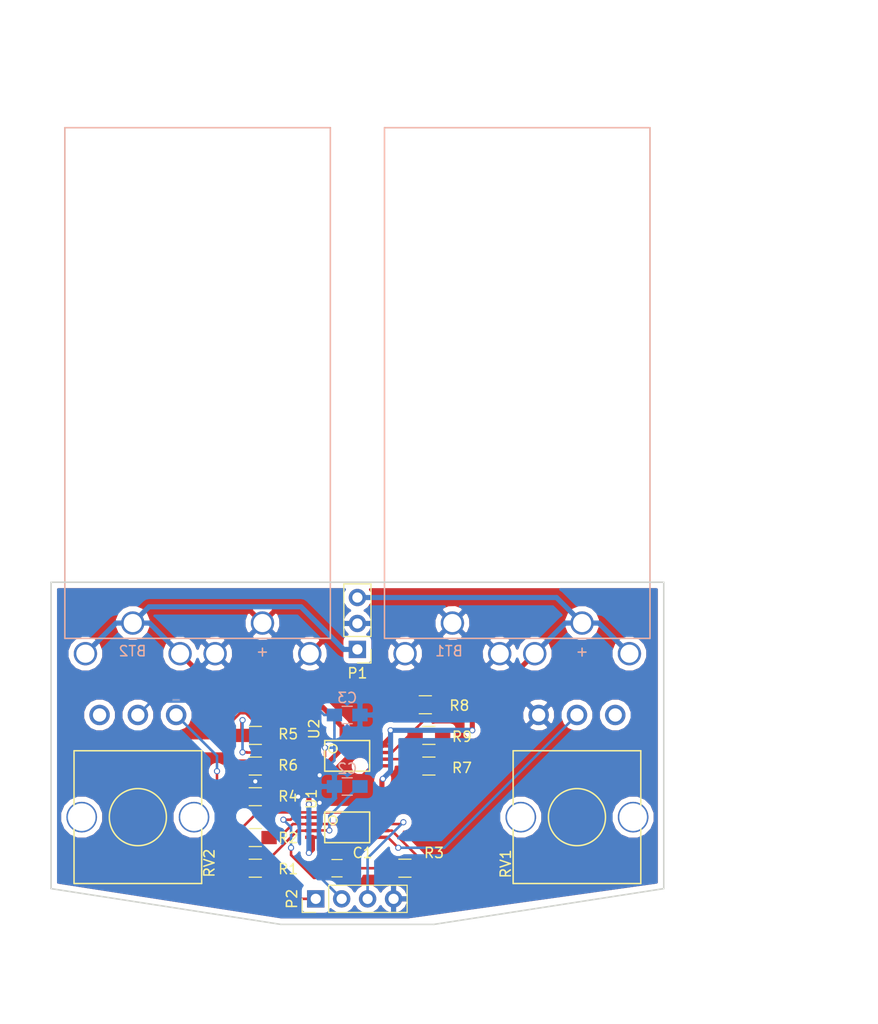
<source format=kicad_pcb>
(kicad_pcb (version 4) (host pcbnew 4.0.4-stable)

  (general
    (links 50)
    (no_connects 6)
    (area 69.924999 119.924999 130.075001 153.575001)
    (thickness 1.6)
    (drawings 7)
    (tracks 182)
    (zones 0)
    (modules 20)
    (nets 16)
  )

  (page A4)
  (layers
    (0 F.Cu signal)
    (31 B.Cu signal)
    (32 B.Adhes user hide)
    (33 F.Adhes user hide)
    (34 B.Paste user hide)
    (35 F.Paste user hide)
    (36 B.SilkS user)
    (37 F.SilkS user)
    (38 B.Mask user)
    (39 F.Mask user)
    (40 Dwgs.User user hide)
    (41 Cmts.User user hide)
    (42 Eco1.User user hide)
    (43 Eco2.User user hide)
    (44 Edge.Cuts user)
    (45 Margin user hide)
    (46 B.CrtYd user hide)
    (47 F.CrtYd user hide)
    (48 B.Fab user hide)
    (49 F.Fab user hide)
  )

  (setup
    (last_trace_width 0.25)
    (user_trace_width 0.5)
    (trace_clearance 0.2)
    (zone_clearance 0.508)
    (zone_45_only no)
    (trace_min 0.2)
    (segment_width 0.2)
    (edge_width 0.15)
    (via_size 0.6)
    (via_drill 0.4)
    (via_min_size 0.4)
    (via_min_drill 0.3)
    (uvia_size 0.3)
    (uvia_drill 0.1)
    (uvias_allowed no)
    (uvia_min_size 0.2)
    (uvia_min_drill 0.1)
    (pcb_text_width 0.3)
    (pcb_text_size 1.5 1.5)
    (mod_edge_width 0.15)
    (mod_text_size 1 1)
    (mod_text_width 0.15)
    (pad_size 1.524 1.524)
    (pad_drill 0.762)
    (pad_to_mask_clearance 0)
    (aux_axis_origin 0 0)
    (visible_elements 7FFFFFFF)
    (pcbplotparams
      (layerselection 0x00030_80000001)
      (usegerberextensions false)
      (excludeedgelayer true)
      (linewidth 0.100000)
      (plotframeref false)
      (viasonmask false)
      (mode 1)
      (useauxorigin false)
      (hpglpennumber 1)
      (hpglpenspeed 20)
      (hpglpendiameter 15)
      (hpglpenoverlay 2)
      (psnegative false)
      (psa4output false)
      (plotreference true)
      (plotvalue true)
      (plotinvisibletext false)
      (padsonsilk false)
      (subtractmaskfromsilk false)
      (outputformat 1)
      (mirror false)
      (drillshape 1)
      (scaleselection 1)
      (outputdirectory ""))
  )

  (net 0 "")
  (net 1 /VCC+)
  (net 2 GND)
  (net 3 /VCC-)
  (net 4 "Net-(C1-Pad1)")
  (net 5 "Net-(C1-Pad2)")
  (net 6 "Net-(R2-Pad2)")
  (net 7 "Net-(R5-Pad1)")
  (net 8 "Net-(R7-Pad1)")
  (net 9 "Net-(R8-Pad1)")
  (net 10 "Net-(RV1-Pad1)")
  (net 11 "Net-(RV2-Pad3)")
  (net 12 /X)
  (net 13 /Y)
  (net 14 /P)
  (net 15 "Net-(R4-Pad2)")

  (net_class Default "This is the default net class."
    (clearance 0.2)
    (trace_width 0.25)
    (via_dia 0.6)
    (via_drill 0.4)
    (uvia_dia 0.3)
    (uvia_drill 0.1)
    (add_net /P)
    (add_net /VCC+)
    (add_net /VCC-)
    (add_net /X)
    (add_net /Y)
    (add_net GND)
    (add_net "Net-(C1-Pad1)")
    (add_net "Net-(C1-Pad2)")
    (add_net "Net-(R2-Pad2)")
    (add_net "Net-(R4-Pad2)")
    (add_net "Net-(R5-Pad1)")
    (add_net "Net-(R7-Pad1)")
    (add_net "Net-(R8-Pad1)")
    (add_net "Net-(RV1-Pad1)")
    (add_net "Net-(RV2-Pad3)")
  )

  (module Resistors_SMD:R_0805_HandSoldering (layer F.Cu) (tedit 58E0A804) (tstamp 592E374A)
    (at 104.65 148 180)
    (descr "Resistor SMD 0805, hand soldering")
    (tags "resistor 0805")
    (path /588EAB4F)
    (attr smd)
    (fp_text reference R3 (at -2.85 1.5 180) (layer F.SilkS)
      (effects (font (size 1 1) (thickness 0.15)))
    )
    (fp_text value R (at 0 1.75 180) (layer F.Fab)
      (effects (font (size 1 1) (thickness 0.15)))
    )
    (fp_text user %R (at 0 0 180) (layer F.Fab)
      (effects (font (size 0.5 0.5) (thickness 0.075)))
    )
    (fp_line (start -1 0.62) (end -1 -0.62) (layer F.Fab) (width 0.1))
    (fp_line (start 1 0.62) (end -1 0.62) (layer F.Fab) (width 0.1))
    (fp_line (start 1 -0.62) (end 1 0.62) (layer F.Fab) (width 0.1))
    (fp_line (start -1 -0.62) (end 1 -0.62) (layer F.Fab) (width 0.1))
    (fp_line (start 0.6 0.88) (end -0.6 0.88) (layer F.SilkS) (width 0.12))
    (fp_line (start -0.6 -0.88) (end 0.6 -0.88) (layer F.SilkS) (width 0.12))
    (fp_line (start -2.35 -0.9) (end 2.35 -0.9) (layer F.CrtYd) (width 0.05))
    (fp_line (start -2.35 -0.9) (end -2.35 0.9) (layer F.CrtYd) (width 0.05))
    (fp_line (start 2.35 0.9) (end 2.35 -0.9) (layer F.CrtYd) (width 0.05))
    (fp_line (start 2.35 0.9) (end -2.35 0.9) (layer F.CrtYd) (width 0.05))
    (pad 1 smd rect (at -1.35 0 180) (size 1.5 1.3) (layers F.Cu F.Paste F.Mask)
      (net 6 "Net-(R2-Pad2)"))
    (pad 2 smd rect (at 1.35 0 180) (size 1.5 1.3) (layers F.Cu F.Paste F.Mask)
      (net 4 "Net-(C1-Pad1)"))
    (model ${KISYS3DMOD}/Resistors_SMD.3dshapes/R_0805.wrl
      (at (xyz 0 0 0))
      (scale (xyz 1 1 1))
      (rotate (xyz 0 0 0))
    )
  )

  (module Capacitors_SMD:C_0805_HandSoldering (layer F.Cu) (tedit 58AA84A8) (tstamp 592E3725)
    (at 98 148 180)
    (descr "Capacitor SMD 0805, hand soldering")
    (tags "capacitor 0805")
    (path /588EBA49)
    (attr smd)
    (fp_text reference C1 (at -2.5 1.5 180) (layer F.SilkS)
      (effects (font (size 1 1) (thickness 0.15)))
    )
    (fp_text value C (at 0 1.75 180) (layer F.Fab)
      (effects (font (size 1 1) (thickness 0.15)))
    )
    (fp_text user %R (at 0 -1.75 180) (layer F.Fab)
      (effects (font (size 1 1) (thickness 0.15)))
    )
    (fp_line (start -1 0.62) (end -1 -0.62) (layer F.Fab) (width 0.1))
    (fp_line (start 1 0.62) (end -1 0.62) (layer F.Fab) (width 0.1))
    (fp_line (start 1 -0.62) (end 1 0.62) (layer F.Fab) (width 0.1))
    (fp_line (start -1 -0.62) (end 1 -0.62) (layer F.Fab) (width 0.1))
    (fp_line (start 0.5 -0.85) (end -0.5 -0.85) (layer F.SilkS) (width 0.12))
    (fp_line (start -0.5 0.85) (end 0.5 0.85) (layer F.SilkS) (width 0.12))
    (fp_line (start -2.25 -0.88) (end 2.25 -0.88) (layer F.CrtYd) (width 0.05))
    (fp_line (start -2.25 -0.88) (end -2.25 0.87) (layer F.CrtYd) (width 0.05))
    (fp_line (start 2.25 0.87) (end 2.25 -0.88) (layer F.CrtYd) (width 0.05))
    (fp_line (start 2.25 0.87) (end -2.25 0.87) (layer F.CrtYd) (width 0.05))
    (pad 1 smd rect (at -1.25 0 180) (size 1.5 1.25) (layers F.Cu F.Paste F.Mask)
      (net 4 "Net-(C1-Pad1)"))
    (pad 2 smd rect (at 1.25 0 180) (size 1.5 1.25) (layers F.Cu F.Paste F.Mask)
      (net 5 "Net-(C1-Pad2)"))
    (model Capacitors_SMD.3dshapes/C_0805.wrl
      (at (xyz 0 0 0))
      (scale (xyz 1 1 1))
      (rotate (xyz 0 0 0))
    )
  )

  (module Capacitors_SMD:C_0805_HandSoldering (layer B.Cu) (tedit 58AA84A8) (tstamp 592E372B)
    (at 99 140 180)
    (descr "Capacitor SMD 0805, hand soldering")
    (tags "capacitor 0805")
    (path /588EB8AB)
    (attr smd)
    (fp_text reference C2 (at 0 1.75 180) (layer B.SilkS)
      (effects (font (size 1 1) (thickness 0.15)) (justify mirror))
    )
    (fp_text value C (at 0 -1.75 180) (layer B.Fab)
      (effects (font (size 1 1) (thickness 0.15)) (justify mirror))
    )
    (fp_text user %R (at 0 1.75 180) (layer B.Fab)
      (effects (font (size 1 1) (thickness 0.15)) (justify mirror))
    )
    (fp_line (start -1 -0.62) (end -1 0.62) (layer B.Fab) (width 0.1))
    (fp_line (start 1 -0.62) (end -1 -0.62) (layer B.Fab) (width 0.1))
    (fp_line (start 1 0.62) (end 1 -0.62) (layer B.Fab) (width 0.1))
    (fp_line (start -1 0.62) (end 1 0.62) (layer B.Fab) (width 0.1))
    (fp_line (start 0.5 0.85) (end -0.5 0.85) (layer B.SilkS) (width 0.12))
    (fp_line (start -0.5 -0.85) (end 0.5 -0.85) (layer B.SilkS) (width 0.12))
    (fp_line (start -2.25 0.88) (end 2.25 0.88) (layer B.CrtYd) (width 0.05))
    (fp_line (start -2.25 0.88) (end -2.25 -0.87) (layer B.CrtYd) (width 0.05))
    (fp_line (start 2.25 -0.87) (end 2.25 0.88) (layer B.CrtYd) (width 0.05))
    (fp_line (start 2.25 -0.87) (end -2.25 -0.87) (layer B.CrtYd) (width 0.05))
    (pad 1 smd rect (at -1.25 0 180) (size 1.5 1.25) (layers B.Cu B.Paste B.Mask)
      (net 12 /X))
    (pad 2 smd rect (at 1.25 0 180) (size 1.5 1.25) (layers B.Cu B.Paste B.Mask)
      (net 2 GND))
    (model Capacitors_SMD.3dshapes/C_0805.wrl
      (at (xyz 0 0 0))
      (scale (xyz 1 1 1))
      (rotate (xyz 0 0 0))
    )
  )

  (module Capacitors_SMD:C_0805_HandSoldering (layer B.Cu) (tedit 58AA84A8) (tstamp 592E3731)
    (at 99 133)
    (descr "Capacitor SMD 0805, hand soldering")
    (tags "capacitor 0805")
    (path /588EB808)
    (attr smd)
    (fp_text reference C3 (at 0 -1.682) (layer B.SilkS)
      (effects (font (size 1 1) (thickness 0.15)) (justify mirror))
    )
    (fp_text value C (at 0 -1.75) (layer B.Fab)
      (effects (font (size 1 1) (thickness 0.15)) (justify mirror))
    )
    (fp_text user %R (at 0 1.75) (layer B.Fab)
      (effects (font (size 1 1) (thickness 0.15)) (justify mirror))
    )
    (fp_line (start -1 -0.62) (end -1 0.62) (layer B.Fab) (width 0.1))
    (fp_line (start 1 -0.62) (end -1 -0.62) (layer B.Fab) (width 0.1))
    (fp_line (start 1 0.62) (end 1 -0.62) (layer B.Fab) (width 0.1))
    (fp_line (start -1 0.62) (end 1 0.62) (layer B.Fab) (width 0.1))
    (fp_line (start 0.5 0.85) (end -0.5 0.85) (layer B.SilkS) (width 0.12))
    (fp_line (start -0.5 -0.85) (end 0.5 -0.85) (layer B.SilkS) (width 0.12))
    (fp_line (start -2.25 0.88) (end 2.25 0.88) (layer B.CrtYd) (width 0.05))
    (fp_line (start -2.25 0.88) (end -2.25 -0.87) (layer B.CrtYd) (width 0.05))
    (fp_line (start 2.25 -0.87) (end 2.25 0.88) (layer B.CrtYd) (width 0.05))
    (fp_line (start 2.25 -0.87) (end -2.25 -0.87) (layer B.CrtYd) (width 0.05))
    (pad 1 smd rect (at -1.25 0) (size 1.5 1.25) (layers B.Cu B.Paste B.Mask)
      (net 13 /Y))
    (pad 2 smd rect (at 1.25 0) (size 1.5 1.25) (layers B.Cu B.Paste B.Mask)
      (net 2 GND))
    (model Capacitors_SMD.3dshapes/C_0805.wrl
      (at (xyz 0 0 0))
      (scale (xyz 1 1 1))
      (rotate (xyz 0 0 0))
    )
  )

  (module Pin_Headers:Pin_Header_Straight_1x03_Pitch2.54mm (layer F.Cu) (tedit 58CD4EC1) (tstamp 592E3738)
    (at 100 126.58 180)
    (descr "Through hole straight pin header, 1x03, 2.54mm pitch, single row")
    (tags "Through hole pin header THT 1x03 2.54mm single row")
    (path /5912531E)
    (fp_text reference P1 (at 0 -2.33 180) (layer F.SilkS)
      (effects (font (size 1 1) (thickness 0.15)))
    )
    (fp_text value CONN_01X03 (at 0 7.41 180) (layer F.Fab)
      (effects (font (size 1 1) (thickness 0.15)))
    )
    (fp_line (start -1.27 -1.27) (end -1.27 6.35) (layer F.Fab) (width 0.1))
    (fp_line (start -1.27 6.35) (end 1.27 6.35) (layer F.Fab) (width 0.1))
    (fp_line (start 1.27 6.35) (end 1.27 -1.27) (layer F.Fab) (width 0.1))
    (fp_line (start 1.27 -1.27) (end -1.27 -1.27) (layer F.Fab) (width 0.1))
    (fp_line (start -1.33 1.27) (end -1.33 6.41) (layer F.SilkS) (width 0.12))
    (fp_line (start -1.33 6.41) (end 1.33 6.41) (layer F.SilkS) (width 0.12))
    (fp_line (start 1.33 6.41) (end 1.33 1.27) (layer F.SilkS) (width 0.12))
    (fp_line (start 1.33 1.27) (end -1.33 1.27) (layer F.SilkS) (width 0.12))
    (fp_line (start -1.33 0) (end -1.33 -1.33) (layer F.SilkS) (width 0.12))
    (fp_line (start -1.33 -1.33) (end 0 -1.33) (layer F.SilkS) (width 0.12))
    (fp_line (start -1.8 -1.8) (end -1.8 6.85) (layer F.CrtYd) (width 0.05))
    (fp_line (start -1.8 6.85) (end 1.8 6.85) (layer F.CrtYd) (width 0.05))
    (fp_line (start 1.8 6.85) (end 1.8 -1.8) (layer F.CrtYd) (width 0.05))
    (fp_line (start 1.8 -1.8) (end -1.8 -1.8) (layer F.CrtYd) (width 0.05))
    (fp_text user %R (at 0 -2.33 180) (layer F.Fab)
      (effects (font (size 1 1) (thickness 0.15)))
    )
    (pad 1 thru_hole rect (at 0 0 180) (size 1.7 1.7) (drill 1) (layers *.Cu *.Mask)
      (net 3 /VCC-))
    (pad 2 thru_hole oval (at 0 2.54 180) (size 1.7 1.7) (drill 1) (layers *.Cu *.Mask)
      (net 2 GND))
    (pad 3 thru_hole oval (at 0 5.08 180) (size 1.7 1.7) (drill 1) (layers *.Cu *.Mask)
      (net 1 /VCC+))
    (model ${KISYS3DMOD}/Pin_Headers.3dshapes/Pin_Header_Straight_1x03_Pitch2.54mm.wrl
      (at (xyz 0 -0.1 0))
      (scale (xyz 1 1 1))
      (rotate (xyz 0 0 90))
    )
  )

  (module Resistors_SMD:R_0805_HandSoldering (layer F.Cu) (tedit 58E0A804) (tstamp 592E373E)
    (at 90 148 180)
    (descr "Resistor SMD 0805, hand soldering")
    (tags "resistor 0805")
    (path /588EAAC3)
    (attr smd)
    (fp_text reference R1 (at -3.218 -0.082 180) (layer F.SilkS)
      (effects (font (size 1 1) (thickness 0.15)))
    )
    (fp_text value R (at 0 1.75 180) (layer F.Fab)
      (effects (font (size 1 1) (thickness 0.15)))
    )
    (fp_text user %R (at 0 0 180) (layer F.Fab)
      (effects (font (size 0.5 0.5) (thickness 0.075)))
    )
    (fp_line (start -1 0.62) (end -1 -0.62) (layer F.Fab) (width 0.1))
    (fp_line (start 1 0.62) (end -1 0.62) (layer F.Fab) (width 0.1))
    (fp_line (start 1 -0.62) (end 1 0.62) (layer F.Fab) (width 0.1))
    (fp_line (start -1 -0.62) (end 1 -0.62) (layer F.Fab) (width 0.1))
    (fp_line (start 0.6 0.88) (end -0.6 0.88) (layer F.SilkS) (width 0.12))
    (fp_line (start -0.6 -0.88) (end 0.6 -0.88) (layer F.SilkS) (width 0.12))
    (fp_line (start -2.35 -0.9) (end 2.35 -0.9) (layer F.CrtYd) (width 0.05))
    (fp_line (start -2.35 -0.9) (end -2.35 0.9) (layer F.CrtYd) (width 0.05))
    (fp_line (start 2.35 0.9) (end 2.35 -0.9) (layer F.CrtYd) (width 0.05))
    (fp_line (start 2.35 0.9) (end -2.35 0.9) (layer F.CrtYd) (width 0.05))
    (pad 1 smd rect (at -1.35 0 180) (size 1.5 1.3) (layers F.Cu F.Paste F.Mask)
      (net 12 /X))
    (pad 2 smd rect (at 1.35 0 180) (size 1.5 1.3) (layers F.Cu F.Paste F.Mask)
      (net 14 /P))
    (model ${KISYS3DMOD}/Resistors_SMD.3dshapes/R_0805.wrl
      (at (xyz 0 0 0))
      (scale (xyz 1 1 1))
      (rotate (xyz 0 0 0))
    )
  )

  (module Resistors_SMD:R_0805_HandSoldering (layer F.Cu) (tedit 58E0A804) (tstamp 592E3744)
    (at 90 145)
    (descr "Resistor SMD 0805, hand soldering")
    (tags "resistor 0805")
    (path /588EAA3E)
    (attr smd)
    (fp_text reference R2 (at 3.218 0.034) (layer F.SilkS)
      (effects (font (size 1 1) (thickness 0.15)))
    )
    (fp_text value R (at 0 1.75) (layer F.Fab)
      (effects (font (size 1 1) (thickness 0.15)))
    )
    (fp_text user %R (at 0 0) (layer F.Fab)
      (effects (font (size 0.5 0.5) (thickness 0.075)))
    )
    (fp_line (start -1 0.62) (end -1 -0.62) (layer F.Fab) (width 0.1))
    (fp_line (start 1 0.62) (end -1 0.62) (layer F.Fab) (width 0.1))
    (fp_line (start 1 -0.62) (end 1 0.62) (layer F.Fab) (width 0.1))
    (fp_line (start -1 -0.62) (end 1 -0.62) (layer F.Fab) (width 0.1))
    (fp_line (start 0.6 0.88) (end -0.6 0.88) (layer F.SilkS) (width 0.12))
    (fp_line (start -0.6 -0.88) (end 0.6 -0.88) (layer F.SilkS) (width 0.12))
    (fp_line (start -2.35 -0.9) (end 2.35 -0.9) (layer F.CrtYd) (width 0.05))
    (fp_line (start -2.35 -0.9) (end -2.35 0.9) (layer F.CrtYd) (width 0.05))
    (fp_line (start 2.35 0.9) (end 2.35 -0.9) (layer F.CrtYd) (width 0.05))
    (fp_line (start 2.35 0.9) (end -2.35 0.9) (layer F.CrtYd) (width 0.05))
    (pad 1 smd rect (at -1.35 0) (size 1.5 1.3) (layers F.Cu F.Paste F.Mask)
      (net 14 /P))
    (pad 2 smd rect (at 1.35 0) (size 1.5 1.3) (layers F.Cu F.Paste F.Mask)
      (net 6 "Net-(R2-Pad2)"))
    (model ${KISYS3DMOD}/Resistors_SMD.3dshapes/R_0805.wrl
      (at (xyz 0 0 0))
      (scale (xyz 1 1 1))
      (rotate (xyz 0 0 0))
    )
  )

  (module Resistors_SMD:R_0805_HandSoldering (layer F.Cu) (tedit 58E0A804) (tstamp 592E3750)
    (at 90 141 180)
    (descr "Resistor SMD 0805, hand soldering")
    (tags "resistor 0805")
    (path /588EA4F1)
    (attr smd)
    (fp_text reference R4 (at -3.218 0.03 180) (layer F.SilkS)
      (effects (font (size 1 1) (thickness 0.15)))
    )
    (fp_text value R (at 0 1.75 180) (layer F.Fab)
      (effects (font (size 1 1) (thickness 0.15)))
    )
    (fp_text user %R (at 0 0 180) (layer F.Fab)
      (effects (font (size 0.5 0.5) (thickness 0.075)))
    )
    (fp_line (start -1 0.62) (end -1 -0.62) (layer F.Fab) (width 0.1))
    (fp_line (start 1 0.62) (end -1 0.62) (layer F.Fab) (width 0.1))
    (fp_line (start 1 -0.62) (end 1 0.62) (layer F.Fab) (width 0.1))
    (fp_line (start -1 -0.62) (end 1 -0.62) (layer F.Fab) (width 0.1))
    (fp_line (start 0.6 0.88) (end -0.6 0.88) (layer F.SilkS) (width 0.12))
    (fp_line (start -0.6 -0.88) (end 0.6 -0.88) (layer F.SilkS) (width 0.12))
    (fp_line (start -2.35 -0.9) (end 2.35 -0.9) (layer F.CrtYd) (width 0.05))
    (fp_line (start -2.35 -0.9) (end -2.35 0.9) (layer F.CrtYd) (width 0.05))
    (fp_line (start 2.35 0.9) (end 2.35 -0.9) (layer F.CrtYd) (width 0.05))
    (fp_line (start 2.35 0.9) (end -2.35 0.9) (layer F.CrtYd) (width 0.05))
    (pad 1 smd rect (at -1.35 0 180) (size 1.5 1.3) (layers F.Cu F.Paste F.Mask)
      (net 13 /Y))
    (pad 2 smd rect (at 1.35 0 180) (size 1.5 1.3) (layers F.Cu F.Paste F.Mask)
      (net 15 "Net-(R4-Pad2)"))
    (model ${KISYS3DMOD}/Resistors_SMD.3dshapes/R_0805.wrl
      (at (xyz 0 0 0))
      (scale (xyz 1 1 1))
      (rotate (xyz 0 0 0))
    )
  )

  (module Resistors_SMD:R_0805_HandSoldering (layer F.Cu) (tedit 58E0A804) (tstamp 592E3756)
    (at 90 135)
    (descr "Resistor SMD 0805, hand soldering")
    (tags "resistor 0805")
    (path /588EA882)
    (attr smd)
    (fp_text reference R5 (at 3.218 -0.126) (layer F.SilkS)
      (effects (font (size 1 1) (thickness 0.15)))
    )
    (fp_text value R (at 0 1.75) (layer F.Fab)
      (effects (font (size 1 1) (thickness 0.15)))
    )
    (fp_text user %R (at 0 0) (layer F.Fab)
      (effects (font (size 0.5 0.5) (thickness 0.075)))
    )
    (fp_line (start -1 0.62) (end -1 -0.62) (layer F.Fab) (width 0.1))
    (fp_line (start 1 0.62) (end -1 0.62) (layer F.Fab) (width 0.1))
    (fp_line (start 1 -0.62) (end 1 0.62) (layer F.Fab) (width 0.1))
    (fp_line (start -1 -0.62) (end 1 -0.62) (layer F.Fab) (width 0.1))
    (fp_line (start 0.6 0.88) (end -0.6 0.88) (layer F.SilkS) (width 0.12))
    (fp_line (start -0.6 -0.88) (end 0.6 -0.88) (layer F.SilkS) (width 0.12))
    (fp_line (start -2.35 -0.9) (end 2.35 -0.9) (layer F.CrtYd) (width 0.05))
    (fp_line (start -2.35 -0.9) (end -2.35 0.9) (layer F.CrtYd) (width 0.05))
    (fp_line (start 2.35 0.9) (end 2.35 -0.9) (layer F.CrtYd) (width 0.05))
    (fp_line (start 2.35 0.9) (end -2.35 0.9) (layer F.CrtYd) (width 0.05))
    (pad 1 smd rect (at -1.35 0) (size 1.5 1.3) (layers F.Cu F.Paste F.Mask)
      (net 7 "Net-(R5-Pad1)"))
    (pad 2 smd rect (at 1.35 0) (size 1.5 1.3) (layers F.Cu F.Paste F.Mask)
      (net 15 "Net-(R4-Pad2)"))
    (model ${KISYS3DMOD}/Resistors_SMD.3dshapes/R_0805.wrl
      (at (xyz 0 0 0))
      (scale (xyz 1 1 1))
      (rotate (xyz 0 0 0))
    )
  )

  (module Resistors_SMD:R_0805_HandSoldering (layer F.Cu) (tedit 58E0A804) (tstamp 592E375C)
    (at 90 138 180)
    (descr "Resistor SMD 0805, hand soldering")
    (tags "resistor 0805")
    (path /588EA947)
    (attr smd)
    (fp_text reference R6 (at -3.218 0.078 180) (layer F.SilkS)
      (effects (font (size 1 1) (thickness 0.15)))
    )
    (fp_text value R (at 0 1.75 180) (layer F.Fab)
      (effects (font (size 1 1) (thickness 0.15)))
    )
    (fp_text user %R (at 0 0 180) (layer F.Fab)
      (effects (font (size 0.5 0.5) (thickness 0.075)))
    )
    (fp_line (start -1 0.62) (end -1 -0.62) (layer F.Fab) (width 0.1))
    (fp_line (start 1 0.62) (end -1 0.62) (layer F.Fab) (width 0.1))
    (fp_line (start 1 -0.62) (end 1 0.62) (layer F.Fab) (width 0.1))
    (fp_line (start -1 -0.62) (end 1 -0.62) (layer F.Fab) (width 0.1))
    (fp_line (start 0.6 0.88) (end -0.6 0.88) (layer F.SilkS) (width 0.12))
    (fp_line (start -0.6 -0.88) (end 0.6 -0.88) (layer F.SilkS) (width 0.12))
    (fp_line (start -2.35 -0.9) (end 2.35 -0.9) (layer F.CrtYd) (width 0.05))
    (fp_line (start -2.35 -0.9) (end -2.35 0.9) (layer F.CrtYd) (width 0.05))
    (fp_line (start 2.35 0.9) (end 2.35 -0.9) (layer F.CrtYd) (width 0.05))
    (fp_line (start 2.35 0.9) (end -2.35 0.9) (layer F.CrtYd) (width 0.05))
    (pad 1 smd rect (at -1.35 0 180) (size 1.5 1.3) (layers F.Cu F.Paste F.Mask)
      (net 7 "Net-(R5-Pad1)"))
    (pad 2 smd rect (at 1.35 0 180) (size 1.5 1.3) (layers F.Cu F.Paste F.Mask)
      (net 2 GND))
    (model ${KISYS3DMOD}/Resistors_SMD.3dshapes/R_0805.wrl
      (at (xyz 0 0 0))
      (scale (xyz 1 1 1))
      (rotate (xyz 0 0 0))
    )
  )

  (module Resistors_SMD:R_0805_HandSoldering (layer F.Cu) (tedit 58E0A804) (tstamp 592E3762)
    (at 107 138)
    (descr "Resistor SMD 0805, hand soldering")
    (tags "resistor 0805")
    (path /588EA9B2)
    (attr smd)
    (fp_text reference R7 (at 3.236 0.176) (layer F.SilkS)
      (effects (font (size 1 1) (thickness 0.15)))
    )
    (fp_text value R (at 0 1.75) (layer F.Fab)
      (effects (font (size 1 1) (thickness 0.15)))
    )
    (fp_text user %R (at 0 0) (layer F.Fab)
      (effects (font (size 0.5 0.5) (thickness 0.075)))
    )
    (fp_line (start -1 0.62) (end -1 -0.62) (layer F.Fab) (width 0.1))
    (fp_line (start 1 0.62) (end -1 0.62) (layer F.Fab) (width 0.1))
    (fp_line (start 1 -0.62) (end 1 0.62) (layer F.Fab) (width 0.1))
    (fp_line (start -1 -0.62) (end 1 -0.62) (layer F.Fab) (width 0.1))
    (fp_line (start 0.6 0.88) (end -0.6 0.88) (layer F.SilkS) (width 0.12))
    (fp_line (start -0.6 -0.88) (end 0.6 -0.88) (layer F.SilkS) (width 0.12))
    (fp_line (start -2.35 -0.9) (end 2.35 -0.9) (layer F.CrtYd) (width 0.05))
    (fp_line (start -2.35 -0.9) (end -2.35 0.9) (layer F.CrtYd) (width 0.05))
    (fp_line (start 2.35 0.9) (end 2.35 -0.9) (layer F.CrtYd) (width 0.05))
    (fp_line (start 2.35 0.9) (end -2.35 0.9) (layer F.CrtYd) (width 0.05))
    (pad 1 smd rect (at -1.35 0) (size 1.5 1.3) (layers F.Cu F.Paste F.Mask)
      (net 8 "Net-(R7-Pad1)"))
    (pad 2 smd rect (at 1.35 0) (size 1.5 1.3) (layers F.Cu F.Paste F.Mask)
      (net 2 GND))
    (model ${KISYS3DMOD}/Resistors_SMD.3dshapes/R_0805.wrl
      (at (xyz 0 0 0))
      (scale (xyz 1 1 1))
      (rotate (xyz 0 0 0))
    )
  )

  (module Resistors_SMD:R_0805_HandSoldering (layer F.Cu) (tedit 58E0A804) (tstamp 592E3768)
    (at 106.65 132 180)
    (descr "Resistor SMD 0805, hand soldering")
    (tags "resistor 0805")
    (path /588EA809)
    (attr smd)
    (fp_text reference R8 (at -3.332 -0.08 180) (layer F.SilkS)
      (effects (font (size 1 1) (thickness 0.15)))
    )
    (fp_text value R (at 0 1.75 180) (layer F.Fab)
      (effects (font (size 1 1) (thickness 0.15)))
    )
    (fp_text user %R (at 0 0 180) (layer F.Fab)
      (effects (font (size 0.5 0.5) (thickness 0.075)))
    )
    (fp_line (start -1 0.62) (end -1 -0.62) (layer F.Fab) (width 0.1))
    (fp_line (start 1 0.62) (end -1 0.62) (layer F.Fab) (width 0.1))
    (fp_line (start 1 -0.62) (end 1 0.62) (layer F.Fab) (width 0.1))
    (fp_line (start -1 -0.62) (end 1 -0.62) (layer F.Fab) (width 0.1))
    (fp_line (start 0.6 0.88) (end -0.6 0.88) (layer F.SilkS) (width 0.12))
    (fp_line (start -0.6 -0.88) (end 0.6 -0.88) (layer F.SilkS) (width 0.12))
    (fp_line (start -2.35 -0.9) (end 2.35 -0.9) (layer F.CrtYd) (width 0.05))
    (fp_line (start -2.35 -0.9) (end -2.35 0.9) (layer F.CrtYd) (width 0.05))
    (fp_line (start 2.35 0.9) (end 2.35 -0.9) (layer F.CrtYd) (width 0.05))
    (fp_line (start 2.35 0.9) (end -2.35 0.9) (layer F.CrtYd) (width 0.05))
    (pad 1 smd rect (at -1.35 0 180) (size 1.5 1.3) (layers F.Cu F.Paste F.Mask)
      (net 9 "Net-(R8-Pad1)"))
    (pad 2 smd rect (at 1.35 0 180) (size 1.5 1.3) (layers F.Cu F.Paste F.Mask)
      (net 13 /Y))
    (model ${KISYS3DMOD}/Resistors_SMD.3dshapes/R_0805.wrl
      (at (xyz 0 0 0))
      (scale (xyz 1 1 1))
      (rotate (xyz 0 0 0))
    )
  )

  (module Resistors_SMD:R_0805_HandSoldering (layer F.Cu) (tedit 58E0A804) (tstamp 592E376E)
    (at 107 135)
    (descr "Resistor SMD 0805, hand soldering")
    (tags "resistor 0805")
    (path /588EA8E7)
    (attr smd)
    (fp_text reference R9 (at 3.236 0.128) (layer F.SilkS)
      (effects (font (size 1 1) (thickness 0.15)))
    )
    (fp_text value R (at 0 1.75) (layer F.Fab)
      (effects (font (size 1 1) (thickness 0.15)))
    )
    (fp_text user %R (at 0 0) (layer F.Fab)
      (effects (font (size 0.5 0.5) (thickness 0.075)))
    )
    (fp_line (start -1 0.62) (end -1 -0.62) (layer F.Fab) (width 0.1))
    (fp_line (start 1 0.62) (end -1 0.62) (layer F.Fab) (width 0.1))
    (fp_line (start 1 -0.62) (end 1 0.62) (layer F.Fab) (width 0.1))
    (fp_line (start -1 -0.62) (end 1 -0.62) (layer F.Fab) (width 0.1))
    (fp_line (start 0.6 0.88) (end -0.6 0.88) (layer F.SilkS) (width 0.12))
    (fp_line (start -0.6 -0.88) (end 0.6 -0.88) (layer F.SilkS) (width 0.12))
    (fp_line (start -2.35 -0.9) (end 2.35 -0.9) (layer F.CrtYd) (width 0.05))
    (fp_line (start -2.35 -0.9) (end -2.35 0.9) (layer F.CrtYd) (width 0.05))
    (fp_line (start 2.35 0.9) (end 2.35 -0.9) (layer F.CrtYd) (width 0.05))
    (fp_line (start 2.35 0.9) (end -2.35 0.9) (layer F.CrtYd) (width 0.05))
    (pad 1 smd rect (at -1.35 0) (size 1.5 1.3) (layers F.Cu F.Paste F.Mask)
      (net 9 "Net-(R8-Pad1)"))
    (pad 2 smd rect (at 1.35 0) (size 1.5 1.3) (layers F.Cu F.Paste F.Mask)
      (net 8 "Net-(R7-Pad1)"))
    (model ${KISYS3DMOD}/Resistors_SMD.3dshapes/R_0805.wrl
      (at (xyz 0 0 0))
      (scale (xyz 1 1 1))
      (rotate (xyz 0 0 0))
    )
  )

  (module DM_Custom:DM_TSSOP8 (layer F.Cu) (tedit 592E34F8) (tstamp 592E3791)
    (at 99 144 270)
    (path /588EA25F)
    (fp_text reference U1 (at -2.776 3.496 270) (layer F.SilkS)
      (effects (font (size 1 1) (thickness 0.15)))
    )
    (fp_text value TL082 (at 0.1 -6.95 270) (layer F.Fab)
      (effects (font (size 1 1) (thickness 0.15)))
    )
    (fp_circle (center -0.7 1.4) (end -0.3 1.3) (layer F.SilkS) (width 0.15))
    (fp_line (start 1.5 2.2) (end 1.5 -2.2) (layer F.SilkS) (width 0.15))
    (fp_line (start -1.5 2.2) (end 1.5 2.2) (layer F.SilkS) (width 0.15))
    (fp_line (start -1.5 -2.2) (end -1.5 2.2) (layer F.SilkS) (width 0.15))
    (fp_line (start 1.5 -2.2) (end -1.5 -2.2) (layer F.SilkS) (width 0.15))
    (pad 1 smd rect (at -0.975 3.4 270) (size 0.33 1.45) (layers F.Cu F.Paste F.Mask)
      (net 4 "Net-(C1-Pad1)"))
    (pad 2 smd rect (at -0.325 3.4 270) (size 0.33 1.45) (layers F.Cu F.Paste F.Mask)
      (net 6 "Net-(R2-Pad2)"))
    (pad 3 smd rect (at 0.325 3.4 270) (size 0.33 1.45) (layers F.Cu F.Paste F.Mask)
      (net 12 /X))
    (pad 4 smd rect (at 0.975 3.4 270) (size 0.33 1.45) (layers F.Cu F.Paste F.Mask)
      (net 3 /VCC-))
    (pad 5 smd rect (at 0.975 -3.4 270) (size 0.33 1.45) (layers F.Cu F.Paste F.Mask)
      (net 5 "Net-(C1-Pad2)"))
    (pad 6 smd rect (at 0.325 -3.4 270) (size 0.33 1.45) (layers F.Cu F.Paste F.Mask)
      (net 6 "Net-(R2-Pad2)"))
    (pad 7 smd rect (at -0.325 -3.4 270) (size 0.33 1.45) (layers F.Cu F.Paste F.Mask)
      (net 14 /P))
    (pad 8 smd rect (at -0.975 -3.4 270) (size 0.33 1.45) (layers F.Cu F.Paste F.Mask)
      (net 1 /VCC+))
  )

  (module DM_Custom:DM_TSSOP8 (layer F.Cu) (tedit 592E34F8) (tstamp 592E37A2)
    (at 99 137 270)
    (path /588E9F29)
    (fp_text reference U2 (at -2.634 3.242 270) (layer F.SilkS)
      (effects (font (size 1 1) (thickness 0.15)))
    )
    (fp_text value TL082 (at 0.1 -6.95 270) (layer F.Fab)
      (effects (font (size 1 1) (thickness 0.15)))
    )
    (fp_circle (center -0.7 1.4) (end -0.3 1.3) (layer F.SilkS) (width 0.15))
    (fp_line (start 1.5 2.2) (end 1.5 -2.2) (layer F.SilkS) (width 0.15))
    (fp_line (start -1.5 2.2) (end 1.5 2.2) (layer F.SilkS) (width 0.15))
    (fp_line (start -1.5 -2.2) (end -1.5 2.2) (layer F.SilkS) (width 0.15))
    (fp_line (start 1.5 -2.2) (end -1.5 -2.2) (layer F.SilkS) (width 0.15))
    (pad 1 smd rect (at -0.975 3.4 270) (size 0.33 1.45) (layers F.Cu F.Paste F.Mask)
      (net 15 "Net-(R4-Pad2)"))
    (pad 2 smd rect (at -0.325 3.4 270) (size 0.33 1.45) (layers F.Cu F.Paste F.Mask)
      (net 7 "Net-(R5-Pad1)"))
    (pad 3 smd rect (at 0.325 3.4 270) (size 0.33 1.45) (layers F.Cu F.Paste F.Mask)
      (net 13 /Y))
    (pad 4 smd rect (at 0.975 3.4 270) (size 0.33 1.45) (layers F.Cu F.Paste F.Mask)
      (net 3 /VCC-))
    (pad 5 smd rect (at 0.975 -3.4 270) (size 0.33 1.45) (layers F.Cu F.Paste F.Mask)
      (net 13 /Y))
    (pad 6 smd rect (at 0.325 -3.4 270) (size 0.33 1.45) (layers F.Cu F.Paste F.Mask)
      (net 8 "Net-(R7-Pad1)"))
    (pad 7 smd rect (at -0.325 -3.4 270) (size 0.33 1.45) (layers F.Cu F.Paste F.Mask)
      (net 9 "Net-(R8-Pad1)"))
    (pad 8 smd rect (at -0.975 -3.4 270) (size 0.33 1.45) (layers F.Cu F.Paste F.Mask)
      (net 1 /VCC+))
  )

  (module DM_Custom:DM_POT_296 (layer F.Cu) (tedit 592E38F4) (tstamp 592E3780)
    (at 78.5 143 270)
    (path /588EB185)
    (fp_text reference RV2 (at 4.5 -7 270) (layer F.SilkS)
      (effects (font (size 1 1) (thickness 0.15)))
    )
    (fp_text value POT (at 0 -9.5 270) (layer F.Fab)
      (effects (font (size 1 1) (thickness 0.15)))
    )
    (fp_circle (center 0 0) (end 2.5 -1.25) (layer F.SilkS) (width 0.15))
    (fp_line (start 6.5 6.25) (end 6.5 -6.25) (layer F.SilkS) (width 0.15))
    (fp_line (start -6.5 6.25) (end 6.5 6.25) (layer F.SilkS) (width 0.15))
    (fp_line (start -6.5 -6.25) (end -6.5 6.25) (layer F.SilkS) (width 0.15))
    (fp_line (start 6.5 -6.25) (end -6.5 -6.25) (layer F.SilkS) (width 0.15))
    (pad 1 thru_hole circle (at -10 -3.75 270) (size 2 2) (drill 1.3) (layers *.Cu *.Mask)
      (net 12 /X))
    (pad 2 thru_hole circle (at -10 0 270) (size 2 2) (drill 1.3) (layers *.Cu *.Mask)
      (net 13 /Y))
    (pad 3 thru_hole circle (at -10 3.75 270) (size 2 2) (drill 1.3) (layers *.Cu *.Mask)
      (net 11 "Net-(RV2-Pad3)"))
    (pad "" thru_hole circle (at 0 -5.5 270) (size 3 3) (drill 2.7) (layers *.Cu *.Mask))
    (pad "" thru_hole circle (at 0 5.5 270) (size 3 3) (drill 2.7) (layers *.Cu *.Mask))
  )

  (module DM_Custom:DM_POT_296 (layer F.Cu) (tedit 592E38F4) (tstamp 592E3777)
    (at 121.5 143 270)
    (path /588EAC9A)
    (fp_text reference RV1 (at 4.574 6.978 270) (layer F.SilkS)
      (effects (font (size 1 1) (thickness 0.15)))
    )
    (fp_text value POT (at 0 -9.5 270) (layer F.Fab)
      (effects (font (size 1 1) (thickness 0.15)))
    )
    (fp_circle (center 0 0) (end 2.5 -1.25) (layer F.SilkS) (width 0.15))
    (fp_line (start 6.5 6.25) (end 6.5 -6.25) (layer F.SilkS) (width 0.15))
    (fp_line (start -6.5 6.25) (end 6.5 6.25) (layer F.SilkS) (width 0.15))
    (fp_line (start -6.5 -6.25) (end -6.5 6.25) (layer F.SilkS) (width 0.15))
    (fp_line (start 6.5 -6.25) (end -6.5 -6.25) (layer F.SilkS) (width 0.15))
    (pad 1 thru_hole circle (at -10 -3.75 270) (size 2 2) (drill 1.3) (layers *.Cu *.Mask)
      (net 10 "Net-(RV1-Pad1)"))
    (pad 2 thru_hole circle (at -10 0 270) (size 2 2) (drill 1.3) (layers *.Cu *.Mask)
      (net 5 "Net-(C1-Pad2)"))
    (pad 3 thru_hole circle (at -10 3.75 270) (size 2 2) (drill 1.3) (layers *.Cu *.Mask)
      (net 2 GND))
    (pad "" thru_hole circle (at 0 -5.5 270) (size 3 3) (drill 2.7) (layers *.Cu *.Mask))
    (pad "" thru_hole circle (at 0 5.5 270) (size 3 3) (drill 2.7) (layers *.Cu *.Mask))
  )

  (module DM_Custom:DM_9V_ON_BOARD (layer B.Cu) (tedit 592F14BB) (tstamp 592E3715)
    (at 115.65 125.4986 180)
    (path /591479F0)
    (fp_text reference BT1 (at 6.684 -1.2474 180) (layer B.SilkS)
      (effects (font (size 1 1) (thickness 0.15)) (justify mirror))
    )
    (fp_text value Battery_Cell (at 0 7.62 180) (layer B.Fab)
      (effects (font (size 1 1) (thickness 0.15)) (justify mirror))
    )
    (fp_text user + (at -6.35 -1.27 180) (layer B.SilkS)
      (effects (font (size 1 1) (thickness 0.15)) (justify mirror))
    )
    (fp_line (start -13 0) (end 13 0) (layer B.SilkS) (width 0.15))
    (fp_line (start -13 50) (end -13 0) (layer B.SilkS) (width 0.15))
    (fp_line (start 13 50) (end -13 50) (layer B.SilkS) (width 0.15))
    (fp_line (start 13 0) (end 13 50) (layer B.SilkS) (width 0.15))
    (pad 1 thru_hole circle (at -10.9855 -1.4986 180) (size 2.286 2.286) (drill 1.778) (layers *.Cu *.Mask)
      (net 1 /VCC+))
    (pad 1 thru_hole circle (at -6.35 1.4986 180) (size 2.286 2.286) (drill 1.778) (layers *.Cu *.Mask)
      (net 1 /VCC+))
    (pad 1 thru_hole circle (at -1.7145 -1.4986 180) (size 2.286 2.286) (drill 1.778) (layers *.Cu *.Mask)
      (net 1 /VCC+))
    (pad 2 thru_hole circle (at 1.7145 -1.4986 180) (size 2.286 2.286) (drill 1.778) (layers *.Cu *.Mask)
      (net 2 GND))
    (pad 2 thru_hole circle (at 6.35 1.4986 180) (size 2.286 2.286) (drill 1.778) (layers *.Cu *.Mask)
      (net 2 GND))
    (pad 2 thru_hole circle (at 10.9855 -1.4986 180) (size 2.286 2.286) (drill 1.778) (layers *.Cu *.Mask)
      (net 2 GND))
  )

  (module DM_Custom:DM_9V_ON_BOARD (layer B.Cu) (tedit 592F14BB) (tstamp 592E371F)
    (at 84.35 125.4986 180)
    (path /59147AD7)
    (fp_text reference BT2 (at 6.372 -1.2474 180) (layer B.SilkS)
      (effects (font (size 1 1) (thickness 0.15)) (justify mirror))
    )
    (fp_text value Battery_Cell (at 0 7.62 180) (layer B.Fab)
      (effects (font (size 1 1) (thickness 0.15)) (justify mirror))
    )
    (fp_text user + (at -6.35 -1.27 180) (layer B.SilkS)
      (effects (font (size 1 1) (thickness 0.15)) (justify mirror))
    )
    (fp_line (start -13 0) (end 13 0) (layer B.SilkS) (width 0.15))
    (fp_line (start -13 50) (end -13 0) (layer B.SilkS) (width 0.15))
    (fp_line (start 13 50) (end -13 50) (layer B.SilkS) (width 0.15))
    (fp_line (start 13 0) (end 13 50) (layer B.SilkS) (width 0.15))
    (pad 1 thru_hole circle (at -10.9855 -1.4986 180) (size 2.286 2.286) (drill 1.778) (layers *.Cu *.Mask)
      (net 2 GND))
    (pad 1 thru_hole circle (at -6.35 1.4986 180) (size 2.286 2.286) (drill 1.778) (layers *.Cu *.Mask)
      (net 2 GND))
    (pad 1 thru_hole circle (at -1.7145 -1.4986 180) (size 2.286 2.286) (drill 1.778) (layers *.Cu *.Mask)
      (net 2 GND))
    (pad 2 thru_hole circle (at 1.7145 -1.4986 180) (size 2.286 2.286) (drill 1.778) (layers *.Cu *.Mask)
      (net 3 /VCC-))
    (pad 2 thru_hole circle (at 6.35 1.4986 180) (size 2.286 2.286) (drill 1.778) (layers *.Cu *.Mask)
      (net 3 /VCC-))
    (pad 2 thru_hole circle (at 10.9855 -1.4986 180) (size 2.286 2.286) (drill 1.778) (layers *.Cu *.Mask)
      (net 3 /VCC-))
  )

  (module Pin_Headers:Pin_Header_Straight_1x04_Pitch2.54mm (layer F.Cu) (tedit 58CD4EC1) (tstamp 59305F39)
    (at 95.92 151 90)
    (descr "Through hole straight pin header, 1x04, 2.54mm pitch, single row")
    (tags "Through hole pin header THT 1x04 2.54mm single row")
    (path /59307B52)
    (fp_text reference P2 (at 0 -2.33 90) (layer F.SilkS)
      (effects (font (size 1 1) (thickness 0.15)))
    )
    (fp_text value CONN_01X04 (at 0 9.95 90) (layer F.Fab)
      (effects (font (size 1 1) (thickness 0.15)))
    )
    (fp_line (start -1.27 -1.27) (end -1.27 8.89) (layer F.Fab) (width 0.1))
    (fp_line (start -1.27 8.89) (end 1.27 8.89) (layer F.Fab) (width 0.1))
    (fp_line (start 1.27 8.89) (end 1.27 -1.27) (layer F.Fab) (width 0.1))
    (fp_line (start 1.27 -1.27) (end -1.27 -1.27) (layer F.Fab) (width 0.1))
    (fp_line (start -1.33 1.27) (end -1.33 8.95) (layer F.SilkS) (width 0.12))
    (fp_line (start -1.33 8.95) (end 1.33 8.95) (layer F.SilkS) (width 0.12))
    (fp_line (start 1.33 8.95) (end 1.33 1.27) (layer F.SilkS) (width 0.12))
    (fp_line (start 1.33 1.27) (end -1.33 1.27) (layer F.SilkS) (width 0.12))
    (fp_line (start -1.33 0) (end -1.33 -1.33) (layer F.SilkS) (width 0.12))
    (fp_line (start -1.33 -1.33) (end 0 -1.33) (layer F.SilkS) (width 0.12))
    (fp_line (start -1.8 -1.8) (end -1.8 9.4) (layer F.CrtYd) (width 0.05))
    (fp_line (start -1.8 9.4) (end 1.8 9.4) (layer F.CrtYd) (width 0.05))
    (fp_line (start 1.8 9.4) (end 1.8 -1.8) (layer F.CrtYd) (width 0.05))
    (fp_line (start 1.8 -1.8) (end -1.8 -1.8) (layer F.CrtYd) (width 0.05))
    (fp_text user %R (at 0 -2.33 90) (layer F.Fab)
      (effects (font (size 1 1) (thickness 0.15)))
    )
    (pad 1 thru_hole rect (at 0 0 90) (size 1.7 1.7) (drill 1) (layers *.Cu *.Mask)
      (net 12 /X))
    (pad 2 thru_hole oval (at 0 2.54 90) (size 1.7 1.7) (drill 1) (layers *.Cu *.Mask)
      (net 13 /Y))
    (pad 3 thru_hole oval (at 0 5.08 90) (size 1.7 1.7) (drill 1) (layers *.Cu *.Mask)
      (net 14 /P))
    (pad 4 thru_hole oval (at 0 7.62 90) (size 1.7 1.7) (drill 1) (layers *.Cu *.Mask)
      (net 2 GND))
    (model ${KISYS3DMOD}/Pin_Headers.3dshapes/Pin_Header_Straight_1x04_Pitch2.54mm.wrl
      (at (xyz 0 -0.15 0))
      (scale (xyz 1 1 1))
      (rotate (xyz 0 0 90))
    )
  )

  (gr_line (start 107.5 153.5) (end 92.5 153.5) (layer Edge.Cuts) (width 0.15))
  (gr_line (start 130 150) (end 107.5 153.5) (layer Edge.Cuts) (width 0.15))
  (gr_line (start 130 120) (end 130 150) (layer Edge.Cuts) (width 0.15))
  (gr_line (start 70 120) (end 130 120) (layer Edge.Cuts) (width 0.15))
  (gr_line (start 70 150) (end 70 120) (layer Edge.Cuts) (width 0.15))
  (gr_line (start 92.5 153.5) (end 70 150) (layer Edge.Cuts) (width 0.15))
  (gr_text "Chua Circuit\nDM053117" (at 93 130) (layer F.Mask)
    (effects (font (size 1 1) (thickness 0.15)))
  )

  (segment (start 100 121.5) (end 119.5 121.5) (width 0.5) (layer B.Cu) (net 1))
  (segment (start 119.5 121.5) (end 122 124) (width 0.5) (layer B.Cu) (net 1))
  (segment (start 123.6383 124) (end 126.6355 126.9972) (width 0.5) (layer B.Cu) (net 1))
  (segment (start 122 124) (end 123.6383 124) (width 0.5) (layer B.Cu) (net 1))
  (segment (start 117.3645 126.9972) (end 120.3617 124) (width 0.5) (layer B.Cu) (net 1))
  (segment (start 120.3617 124) (end 122 124) (width 0.5) (layer B.Cu) (net 1))
  (segment (start 111.25 134.5) (end 103.25 134.5) (width 0.5) (layer B.Cu) (net 1))
  (segment (start 117.3645 126.9972) (end 111.25 133.1117) (width 0.5) (layer F.Cu) (net 1))
  (segment (start 111.25 133.1117) (end 111.25 134.5) (width 0.5) (layer F.Cu) (net 1))
  (via (at 111.25 134.5) (size 0.6) (drill 0.4) (layers F.Cu B.Cu) (net 1))
  (segment (start 103.25 134.5) (end 103.25 135.175) (width 0.5) (layer F.Cu) (net 1))
  (segment (start 103.25 135.175) (end 102.4 136.025) (width 0.5) (layer F.Cu) (net 1))
  (segment (start 102.5 139.25) (end 103.25 138.5) (width 0.5) (layer B.Cu) (net 1))
  (segment (start 103.25 138.5) (end 103.25 134.5) (width 0.5) (layer B.Cu) (net 1))
  (via (at 103.25 134.5) (size 0.6) (drill 0.4) (layers F.Cu B.Cu) (net 1))
  (segment (start 102.4 143.025) (end 102.4 139.35) (width 0.5) (layer F.Cu) (net 1))
  (segment (start 102.4 139.35) (end 102.5 139.25) (width 0.5) (layer F.Cu) (net 1))
  (via (at 102.5 139.25) (size 0.6) (drill 0.4) (layers F.Cu B.Cu) (net 1))
  (segment (start 90 139.5) (end 90.5 140) (width 0.5) (layer B.Cu) (net 2))
  (segment (start 90.5 140) (end 97.75 140) (width 0.5) (layer B.Cu) (net 2))
  (segment (start 88.65 138) (end 88.65 138.15) (width 0.5) (layer F.Cu) (net 2))
  (segment (start 88.65 138.15) (end 90 139.5) (width 0.5) (layer F.Cu) (net 2))
  (via (at 90 139.5) (size 0.6) (drill 0.4) (layers F.Cu B.Cu) (net 2))
  (segment (start 100 126.58) (end 98.65 126.58) (width 0.5) (layer B.Cu) (net 3))
  (segment (start 79.593001 122.406999) (end 79.142999 122.857001) (width 0.5) (layer B.Cu) (net 3))
  (segment (start 98.65 126.58) (end 94.476999 122.406999) (width 0.5) (layer B.Cu) (net 3))
  (segment (start 94.476999 122.406999) (end 79.593001 122.406999) (width 0.5) (layer B.Cu) (net 3))
  (segment (start 79.142999 122.857001) (end 78 124) (width 0.5) (layer B.Cu) (net 3))
  (segment (start 73.3645 126.9972) (end 76.3617 124) (width 0.5) (layer B.Cu) (net 3))
  (segment (start 76.3617 124) (end 78 124) (width 0.5) (layer B.Cu) (net 3))
  (segment (start 82.6355 126.9972) (end 79.6383 124) (width 0.5) (layer B.Cu) (net 3))
  (segment (start 79.6383 124) (end 78 124) (width 0.5) (layer B.Cu) (net 3))
  (segment (start 96.610002 132.25) (end 87.8883 132.25) (width 0.5) (layer F.Cu) (net 3))
  (segment (start 87.8883 132.25) (end 82.6355 126.9972) (width 0.5) (layer F.Cu) (net 3))
  (segment (start 95.6 137.975) (end 96.825 137.975) (width 0.5) (layer F.Cu) (net 3))
  (segment (start 96.825 137.975) (end 98.500001 136.299999) (width 0.5) (layer F.Cu) (net 3))
  (segment (start 98.500001 136.299999) (end 98.500001 134.139999) (width 0.5) (layer F.Cu) (net 3))
  (segment (start 98.500001 134.139999) (end 96.610002 132.25) (width 0.5) (layer F.Cu) (net 3))
  (segment (start 95.25 141.75) (end 95.25 138.325) (width 0.5) (layer F.Cu) (net 3))
  (segment (start 95.25 138.325) (end 95.6 137.975) (width 0.5) (layer F.Cu) (net 3))
  (segment (start 95.25 146.5) (end 95.25 141.75) (width 0.5) (layer B.Cu) (net 3))
  (via (at 95.25 141.75) (size 0.6) (drill 0.4) (layers F.Cu B.Cu) (net 3))
  (segment (start 95.6 144.975) (end 95.6 146.15) (width 0.5) (layer F.Cu) (net 3))
  (segment (start 95.6 146.15) (end 95.25 146.5) (width 0.5) (layer F.Cu) (net 3))
  (via (at 95.25 146.5) (size 0.6) (drill 0.4) (layers F.Cu B.Cu) (net 3))
  (segment (start 92.75 143.25) (end 93.46359 143.25) (width 0.25) (layer F.Cu) (net 4))
  (segment (start 93.46359 143.25) (end 93.68859 143.025) (width 0.25) (layer F.Cu) (net 4))
  (segment (start 93.68859 143.025) (end 94.625 143.025) (width 0.25) (layer F.Cu) (net 4))
  (segment (start 94.625 143.025) (end 95.6 143.025) (width 0.25) (layer F.Cu) (net 4))
  (segment (start 93.5 146) (end 93.5 144) (width 0.25) (layer B.Cu) (net 4))
  (segment (start 93.5 144) (end 92.75 143.25) (width 0.25) (layer B.Cu) (net 4))
  (via (at 92.75 143.25) (size 0.6) (drill 0.4) (layers F.Cu B.Cu) (net 4))
  (segment (start 99.25 148) (end 99.125 148) (width 0.25) (layer F.Cu) (net 4))
  (segment (start 99.125 148) (end 98.174999 148.950001) (width 0.25) (layer F.Cu) (net 4))
  (segment (start 98.174999 148.950001) (end 95.739999 148.950001) (width 0.25) (layer F.Cu) (net 4))
  (segment (start 95.739999 148.950001) (end 93.5 146.710002) (width 0.25) (layer F.Cu) (net 4))
  (segment (start 93.5 146.710002) (end 93.5 146) (width 0.25) (layer F.Cu) (net 4))
  (via (at 93.5 146) (size 0.6) (drill 0.4) (layers F.Cu B.Cu) (net 4))
  (segment (start 99.25 148) (end 103.3 148) (width 0.25) (layer F.Cu) (net 4))
  (segment (start 104 146) (end 108.5 146) (width 0.25) (layer B.Cu) (net 5))
  (segment (start 108.5 146) (end 121.5 133) (width 0.25) (layer B.Cu) (net 5))
  (segment (start 102.4 144.975) (end 102.975 144.975) (width 0.25) (layer F.Cu) (net 5))
  (segment (start 102.975 144.975) (end 104 146) (width 0.25) (layer F.Cu) (net 5))
  (via (at 104 146) (size 0.6) (drill 0.4) (layers F.Cu B.Cu) (net 5))
  (segment (start 102.4 144.975) (end 102.96 144.975) (width 0.25) (layer F.Cu) (net 5))
  (segment (start 96.75 148) (end 96.75 147.125) (width 0.25) (layer F.Cu) (net 5))
  (segment (start 96.75 147.125) (end 98.9 144.975) (width 0.25) (layer F.Cu) (net 5))
  (segment (start 98.9 144.975) (end 101.425 144.975) (width 0.25) (layer F.Cu) (net 5))
  (segment (start 101.425 144.975) (end 102.4 144.975) (width 0.25) (layer F.Cu) (net 5))
  (segment (start 102.4 144.325) (end 103.375 144.325) (width 0.25) (layer F.Cu) (net 6))
  (segment (start 103.375 144.325) (end 106 146.95) (width 0.25) (layer F.Cu) (net 6))
  (segment (start 106 146.95) (end 106 147.1) (width 0.25) (layer F.Cu) (net 6))
  (segment (start 106 147.1) (end 106 148) (width 0.25) (layer F.Cu) (net 6))
  (segment (start 95.6 143.675) (end 100.924998 143.675) (width 0.25) (layer F.Cu) (net 6))
  (segment (start 100.924998 143.675) (end 101.574998 144.325) (width 0.25) (layer F.Cu) (net 6))
  (segment (start 101.574998 144.325) (end 102.4 144.325) (width 0.25) (layer F.Cu) (net 6))
  (segment (start 91.35 145) (end 92.35 145) (width 0.25) (layer F.Cu) (net 6))
  (segment (start 92.35 145) (end 93.675 143.675) (width 0.25) (layer F.Cu) (net 6))
  (segment (start 93.675 143.675) (end 94.625 143.675) (width 0.25) (layer F.Cu) (net 6))
  (segment (start 94.625 143.675) (end 95.6 143.675) (width 0.25) (layer F.Cu) (net 6))
  (segment (start 88.75 136.65) (end 89.174264 136.65) (width 0.25) (layer F.Cu) (net 7))
  (segment (start 89.174264 136.65) (end 89.199264 136.675) (width 0.25) (layer F.Cu) (net 7))
  (segment (start 89.199264 136.675) (end 91.775 136.675) (width 0.25) (layer F.Cu) (net 7))
  (segment (start 88.75 133.5) (end 88.75 136.65) (width 0.25) (layer B.Cu) (net 7))
  (via (at 88.75 136.65) (size 0.6) (drill 0.4) (layers F.Cu B.Cu) (net 7))
  (segment (start 88.65 135) (end 88.65 133.6) (width 0.25) (layer F.Cu) (net 7))
  (segment (start 88.65 133.6) (end 88.75 133.5) (width 0.25) (layer F.Cu) (net 7))
  (via (at 88.75 133.5) (size 0.6) (drill 0.4) (layers F.Cu B.Cu) (net 7))
  (segment (start 95.6 136.675) (end 91.775 136.675) (width 0.25) (layer F.Cu) (net 7))
  (segment (start 91.775 136.675) (end 91.35 137.1) (width 0.25) (layer F.Cu) (net 7))
  (segment (start 91.35 137.1) (end 91.35 138) (width 0.25) (layer F.Cu) (net 7))
  (segment (start 105.65 138) (end 105.75 138) (width 0.25) (layer F.Cu) (net 8))
  (segment (start 105.75 138) (end 108.35 135.4) (width 0.25) (layer F.Cu) (net 8))
  (segment (start 108.35 135.4) (end 108.35 135) (width 0.25) (layer F.Cu) (net 8))
  (segment (start 102.4 137.325) (end 104.975 137.325) (width 0.25) (layer F.Cu) (net 8))
  (segment (start 104.975 137.325) (end 105.65 138) (width 0.25) (layer F.Cu) (net 8))
  (segment (start 103.375 136.675) (end 105.8 134.25) (width 0.25) (layer F.Cu) (net 9))
  (segment (start 105.65 135) (end 105.65 134.4) (width 0.25) (layer F.Cu) (net 9))
  (segment (start 105.8 134.25) (end 108 132.05) (width 0.25) (layer F.Cu) (net 9))
  (segment (start 105.65 134.4) (end 105.8 134.25) (width 0.25) (layer F.Cu) (net 9))
  (segment (start 102.4 136.675) (end 103.375 136.675) (width 0.25) (layer F.Cu) (net 9))
  (segment (start 108 132.05) (end 108 132) (width 0.25) (layer F.Cu) (net 9))
  (segment (start 95.92 151) (end 93.45 151) (width 0.25) (layer F.Cu) (net 12))
  (segment (start 93.45 151) (end 91.35 148.9) (width 0.25) (layer F.Cu) (net 12))
  (segment (start 91.35 148.9) (end 91.35 148) (width 0.25) (layer F.Cu) (net 12))
  (segment (start 86.25 138.5) (end 86.25 137) (width 0.25) (layer B.Cu) (net 12))
  (segment (start 86.25 137) (end 82.25 133) (width 0.25) (layer B.Cu) (net 12))
  (segment (start 91.35 148) (end 91.25 148) (width 0.25) (layer F.Cu) (net 12))
  (segment (start 91.25 148) (end 90.274999 148.975001) (width 0.25) (layer F.Cu) (net 12))
  (segment (start 90.274999 148.975001) (end 87.639999 148.975001) (width 0.25) (layer F.Cu) (net 12))
  (segment (start 87.639999 148.975001) (end 86.25 147.585002) (width 0.25) (layer F.Cu) (net 12))
  (segment (start 86.25 147.585002) (end 86.25 138.5) (width 0.25) (layer F.Cu) (net 12))
  (via (at 86.25 138.5) (size 0.6) (drill 0.4) (layers F.Cu B.Cu) (net 12))
  (segment (start 97.25 144.3) (end 95.625 144.3) (width 0.25) (layer F.Cu) (net 12))
  (segment (start 95.625 144.3) (end 95.6 144.325) (width 0.25) (layer F.Cu) (net 12))
  (segment (start 100.125 140) (end 97.25 142.875) (width 0.25) (layer B.Cu) (net 12))
  (segment (start 97.25 142.875) (end 97.25 144.3) (width 0.25) (layer B.Cu) (net 12))
  (via (at 97.25 144.3) (size 0.6) (drill 0.4) (layers F.Cu B.Cu) (net 12))
  (segment (start 95.6 144.325) (end 94.125 144.325) (width 0.25) (layer F.Cu) (net 12))
  (segment (start 94.125 144.325) (end 91.35 147.1) (width 0.25) (layer F.Cu) (net 12))
  (segment (start 91.35 147.1) (end 91.35 148) (width 0.25) (layer F.Cu) (net 12))
  (segment (start 100.25 140) (end 100.125 140) (width 0.25) (layer B.Cu) (net 12))
  (segment (start 97.75 134.5) (end 97.75 136.1) (width 0.25) (layer B.Cu) (net 13))
  (segment (start 97.75 136.1) (end 97.75 137.45) (width 0.25) (layer B.Cu) (net 13))
  (segment (start 96.824891 136.200524) (end 97.649476 136.200524) (width 0.25) (layer B.Cu) (net 13))
  (segment (start 97.649476 136.200524) (end 97.75 136.1) (width 0.25) (layer B.Cu) (net 13))
  (segment (start 95.6 137.325) (end 96.575 137.325) (width 0.25) (layer F.Cu) (net 13))
  (segment (start 96.575 137.325) (end 96.824891 137.075109) (width 0.25) (layer F.Cu) (net 13))
  (segment (start 96.824891 137.075109) (end 96.824891 136.200524) (width 0.25) (layer F.Cu) (net 13))
  (via (at 96.824891 136.200524) (size 0.6) (drill 0.4) (layers F.Cu B.Cu) (net 13))
  (segment (start 102.4 137.975) (end 101.425 137.975) (width 0.25) (layer F.Cu) (net 13))
  (segment (start 101.425 137.975) (end 100.5 138.9) (width 0.25) (layer F.Cu) (net 13))
  (segment (start 100.5 138.9) (end 96.724264 138.9) (width 0.25) (layer F.Cu) (net 13))
  (segment (start 96.724264 138.9) (end 96.3 138.9) (width 0.25) (layer F.Cu) (net 13))
  (segment (start 94.2 141) (end 95.7 141) (width 0.25) (layer B.Cu) (net 13))
  (segment (start 95.7 141) (end 96.3 141.6) (width 0.25) (layer B.Cu) (net 13))
  (segment (start 91.35 141) (end 94.2 141) (width 0.25) (layer F.Cu) (net 13))
  (via (at 94.2 141) (size 0.6) (drill 0.4) (layers F.Cu B.Cu) (net 13))
  (segment (start 96.3 141.6) (end 96.3 148.84) (width 0.25) (layer B.Cu) (net 13))
  (segment (start 96.3 148.84) (end 98.46 151) (width 0.25) (layer B.Cu) (net 13))
  (segment (start 96.3 138.9) (end 96.3 141.6) (width 0.25) (layer F.Cu) (net 13))
  (via (at 96.3 141.6) (size 0.6) (drill 0.4) (layers F.Cu B.Cu) (net 13))
  (segment (start 97.75 137.45) (end 96.3 138.9) (width 0.25) (layer B.Cu) (net 13))
  (via (at 96.3 138.9) (size 0.6) (drill 0.4) (layers F.Cu B.Cu) (net 13))
  (segment (start 97.75 133) (end 96.75 133) (width 0.25) (layer B.Cu) (net 13))
  (segment (start 96.75 133) (end 95.424999 131.674999) (width 0.25) (layer B.Cu) (net 13))
  (segment (start 95.424999 131.674999) (end 79.825001 131.674999) (width 0.25) (layer B.Cu) (net 13))
  (segment (start 79.825001 131.674999) (end 79.499999 132.000001) (width 0.25) (layer B.Cu) (net 13))
  (segment (start 79.499999 132.000001) (end 78.5 133) (width 0.25) (layer B.Cu) (net 13))
  (segment (start 102.375 138) (end 102.4 137.975) (width 0.25) (layer F.Cu) (net 13))
  (segment (start 95.6 137.325) (end 96.414338 137.325) (width 0.25) (layer F.Cu) (net 13))
  (segment (start 102.4 137.975) (end 101.574998 137.975) (width 0.25) (layer F.Cu) (net 13))
  (segment (start 101.574998 137.975) (end 101.349999 137.750001) (width 0.25) (layer F.Cu) (net 13))
  (segment (start 101.349999 137.750001) (end 101.349999 134.950001) (width 0.25) (layer F.Cu) (net 13))
  (segment (start 101.349999 134.950001) (end 104.3 132) (width 0.25) (layer F.Cu) (net 13))
  (segment (start 104.3 132) (end 105.3 132) (width 0.25) (layer F.Cu) (net 13))
  (segment (start 91.35 140.1) (end 91.35 141) (width 0.25) (layer F.Cu) (net 13))
  (segment (start 98.46 151) (end 97.284999 149.824999) (width 0.25) (layer B.Cu) (net 13))
  (segment (start 97.75 134.5) (end 97.75 133) (width 0.25) (layer B.Cu) (net 13))
  (segment (start 104.5 143.5) (end 104.325 143.675) (width 0.25) (layer F.Cu) (net 14))
  (segment (start 104.325 143.675) (end 102.4 143.675) (width 0.25) (layer F.Cu) (net 14))
  (segment (start 101 151) (end 101 147) (width 0.25) (layer B.Cu) (net 14))
  (segment (start 101 147) (end 104.5 143.5) (width 0.25) (layer B.Cu) (net 14))
  (via (at 104.5 143.5) (size 0.6) (drill 0.4) (layers F.Cu B.Cu) (net 14))
  (segment (start 88.65 145) (end 88.65 144.1) (width 0.25) (layer F.Cu) (net 14))
  (segment (start 88.65 144.1) (end 90.215001 142.534999) (width 0.25) (layer F.Cu) (net 14))
  (segment (start 90.215001 142.534999) (end 100.434997 142.534999) (width 0.25) (layer F.Cu) (net 14))
  (segment (start 100.434997 142.534999) (end 101.574998 143.675) (width 0.25) (layer F.Cu) (net 14))
  (segment (start 101.574998 143.675) (end 102.4 143.675) (width 0.25) (layer F.Cu) (net 14))
  (segment (start 88.65 148) (end 88.65 145) (width 0.25) (layer F.Cu) (net 14))
  (segment (start 88.65 141) (end 88.65 140.1) (width 0.25) (layer F.Cu) (net 15))
  (segment (start 88.65 140.1) (end 87.574999 139.024999) (width 0.25) (layer F.Cu) (net 15))
  (segment (start 87.574999 139.024999) (end 87.574999 133.749999) (width 0.25) (layer F.Cu) (net 15))
  (segment (start 87.574999 133.749999) (end 88.499988 132.82501) (width 0.25) (layer F.Cu) (net 15))
  (segment (start 88.499988 132.82501) (end 89.07501 132.82501) (width 0.25) (layer F.Cu) (net 15))
  (segment (start 89.07501 132.82501) (end 91.25 135) (width 0.25) (layer F.Cu) (net 15))
  (segment (start 91.25 135) (end 91.35 135) (width 0.25) (layer F.Cu) (net 15))
  (segment (start 95.6 136.025) (end 91.475 136.025) (width 0.25) (layer F.Cu) (net 15))
  (segment (start 91.475 136.025) (end 91.35 135.9) (width 0.25) (layer F.Cu) (net 15))
  (segment (start 91.35 135.9) (end 91.35 135) (width 0.25) (layer F.Cu) (net 15))
  (segment (start 88.933058 141.283058) (end 88.65 141) (width 0.25) (layer F.Cu) (net 15))
  (segment (start 95.6 136.025) (end 96.16 136.025) (width 0.25) (layer F.Cu) (net 15))

  (zone (net 2) (net_name GND) (layer F.Cu) (tstamp 0) (hatch edge 0.508)
    (connect_pads (clearance 0.508))
    (min_thickness 0.254)
    (fill yes (arc_segments 16) (thermal_gap 0.508) (thermal_bridge_width 0.508))
    (polygon
      (pts
        (xy 140 64) (xy 66 63) (xy 65 159) (xy 151 158) (xy 140 63)
      )
    )
    (filled_polygon
      (pts
        (xy 98.598946 120.931715) (xy 98.485907 121.5) (xy 98.598946 122.068285) (xy 98.920853 122.550054) (xy 99.261553 122.777702)
        (xy 99.118642 122.844817) (xy 98.728355 123.273076) (xy 98.558524 123.68311) (xy 98.679845 123.913) (xy 99.873 123.913)
        (xy 99.873 123.893) (xy 100.127 123.893) (xy 100.127 123.913) (xy 101.320155 123.913) (xy 101.431859 123.701333)
        (xy 107.511938 123.701333) (xy 107.533751 124.408329) (xy 107.762342 124.960194) (xy 108.044037 125.076358) (xy 109.120395 124)
        (xy 109.479605 124) (xy 110.555963 125.076358) (xy 110.837658 124.960194) (xy 111.067831 124.352114) (xy 120.221692 124.352114)
        (xy 120.491806 125.00584) (xy 120.991529 125.506436) (xy 121.644782 125.777691) (xy 122.352114 125.778308) (xy 123.00584 125.508194)
        (xy 123.506436 125.008471) (xy 123.777691 124.355218) (xy 123.778308 123.647886) (xy 123.508194 122.99416) (xy 123.008471 122.493564)
        (xy 122.355218 122.222309) (xy 121.647886 122.221692) (xy 120.99416 122.491806) (xy 120.493564 122.991529) (xy 120.222309 123.644782)
        (xy 120.221692 124.352114) (xy 111.067831 124.352114) (xy 111.088062 124.298667) (xy 111.066249 123.591671) (xy 110.837658 123.039806)
        (xy 110.555963 122.923642) (xy 109.479605 124) (xy 109.120395 124) (xy 108.044037 122.923642) (xy 107.762342 123.039806)
        (xy 107.511938 123.701333) (xy 101.431859 123.701333) (xy 101.441476 123.68311) (xy 101.271645 123.273076) (xy 100.881358 122.844817)
        (xy 100.738447 122.777702) (xy 100.78883 122.744037) (xy 108.223642 122.744037) (xy 109.3 123.820395) (xy 110.376358 122.744037)
        (xy 110.260194 122.462342) (xy 109.598667 122.211938) (xy 108.891671 122.233751) (xy 108.339806 122.462342) (xy 108.223642 122.744037)
        (xy 100.78883 122.744037) (xy 101.079147 122.550054) (xy 101.401054 122.068285) (xy 101.514093 121.5) (xy 101.401054 120.931715)
        (xy 101.252909 120.71) (xy 129.29 120.71) (xy 129.29 149.382475) (xy 104.950539 152.79) (xy 92.554894 152.79)
        (xy 70.71 149.391905) (xy 70.71 143.422815) (xy 70.86463 143.422815) (xy 71.18898 144.2078) (xy 71.789041 144.808909)
        (xy 72.573459 145.134628) (xy 73.422815 145.13537) (xy 74.2078 144.81102) (xy 74.808909 144.210959) (xy 75.134628 143.426541)
        (xy 75.13537 142.577185) (xy 74.81102 141.7922) (xy 74.210959 141.191091) (xy 73.426541 140.865372) (xy 72.577185 140.86463)
        (xy 71.7922 141.18898) (xy 71.191091 141.789041) (xy 70.865372 142.573459) (xy 70.86463 143.422815) (xy 70.71 143.422815)
        (xy 70.71 133.323795) (xy 73.114716 133.323795) (xy 73.363106 133.924943) (xy 73.822637 134.385278) (xy 74.423352 134.634716)
        (xy 75.073795 134.635284) (xy 75.674943 134.386894) (xy 76.135278 133.927363) (xy 76.384716 133.326648) (xy 76.384718 133.323795)
        (xy 76.864716 133.323795) (xy 77.113106 133.924943) (xy 77.572637 134.385278) (xy 77.748794 134.458425) (xy 77.797852 134.705052)
        (xy 77.962599 134.951614) (xy 79.573386 136.562401) (xy 79.819948 136.727148) (xy 80.110787 136.785) (xy 86.814999 136.785)
        (xy 86.814999 137.742541) (xy 86.780327 137.707808) (xy 86.436799 137.565162) (xy 86.064833 137.564838) (xy 85.721057 137.706883)
        (xy 85.457808 137.969673) (xy 85.315162 138.313201) (xy 85.314838 138.685167) (xy 85.456883 139.028943) (xy 85.49 139.062118)
        (xy 85.49 141.470619) (xy 85.210959 141.191091) (xy 84.426541 140.865372) (xy 83.577185 140.86463) (xy 82.7922 141.18898)
        (xy 82.191091 141.789041) (xy 81.865372 142.573459) (xy 81.86463 143.422815) (xy 82.18898 144.2078) (xy 82.789041 144.808909)
        (xy 83.573459 145.134628) (xy 84.422815 145.13537) (xy 85.2078 144.81102) (xy 85.49 144.529312) (xy 85.49 147.585002)
        (xy 85.547852 147.875841) (xy 85.712599 148.122403) (xy 87.102598 149.512402) (xy 87.349159 149.677149) (xy 87.393204 149.68591)
        (xy 87.639999 149.735001) (xy 90.274999 149.735001) (xy 90.565838 149.677149) (xy 90.8124 149.512402) (xy 90.85 149.474802)
        (xy 92.912599 151.537401) (xy 93.15916 151.702148) (xy 93.207414 151.711746) (xy 93.45 151.76) (xy 94.42256 151.76)
        (xy 94.42256 151.85) (xy 94.466838 152.085317) (xy 94.60591 152.301441) (xy 94.81811 152.446431) (xy 95.07 152.49744)
        (xy 96.77 152.49744) (xy 97.005317 152.453162) (xy 97.221441 152.31409) (xy 97.366431 152.10189) (xy 97.380086 152.034459)
        (xy 97.409946 152.079147) (xy 97.891715 152.401054) (xy 98.46 152.514093) (xy 99.028285 152.401054) (xy 99.510054 152.079147)
        (xy 99.73 151.749974) (xy 99.949946 152.079147) (xy 100.431715 152.401054) (xy 101 152.514093) (xy 101.568285 152.401054)
        (xy 102.050054 152.079147) (xy 102.277702 151.738447) (xy 102.344817 151.881358) (xy 102.773076 152.271645) (xy 103.18311 152.441476)
        (xy 103.413 152.320155) (xy 103.413 151.127) (xy 103.667 151.127) (xy 103.667 152.320155) (xy 103.89689 152.441476)
        (xy 104.306924 152.271645) (xy 104.735183 151.881358) (xy 104.981486 151.356892) (xy 104.860819 151.127) (xy 103.667 151.127)
        (xy 103.413 151.127) (xy 103.393 151.127) (xy 103.393 150.873) (xy 103.413 150.873) (xy 103.413 149.679845)
        (xy 103.667 149.679845) (xy 103.667 150.873) (xy 104.860819 150.873) (xy 104.981486 150.643108) (xy 104.735183 150.118642)
        (xy 104.306924 149.728355) (xy 103.89689 149.558524) (xy 103.667 149.679845) (xy 103.413 149.679845) (xy 103.18311 149.558524)
        (xy 102.773076 149.728355) (xy 102.344817 150.118642) (xy 102.277702 150.261553) (xy 102.050054 149.920853) (xy 101.568285 149.598946)
        (xy 101 149.485907) (xy 100.431715 149.598946) (xy 99.949946 149.920853) (xy 99.73 150.250026) (xy 99.510054 149.920853)
        (xy 99.028285 149.598946) (xy 98.656223 149.524938) (xy 98.7124 149.487402) (xy 98.927362 149.27244) (xy 100 149.27244)
        (xy 100.235317 149.228162) (xy 100.451441 149.08909) (xy 100.596431 148.87689) (xy 100.620102 148.76) (xy 101.923258 148.76)
        (xy 101.946838 148.885317) (xy 102.08591 149.101441) (xy 102.29811 149.246431) (xy 102.55 149.29744) (xy 104.05 149.29744)
        (xy 104.285317 149.253162) (xy 104.501441 149.11409) (xy 104.646431 148.90189) (xy 104.649081 148.888803) (xy 104.78591 149.101441)
        (xy 104.99811 149.246431) (xy 105.25 149.29744) (xy 106.75 149.29744) (xy 106.985317 149.253162) (xy 107.201441 149.11409)
        (xy 107.346431 148.90189) (xy 107.39744 148.65) (xy 107.39744 147.35) (xy 107.353162 147.114683) (xy 107.21409 146.898559)
        (xy 107.00189 146.753569) (xy 106.75 146.70256) (xy 106.710781 146.70256) (xy 106.702148 146.659161) (xy 106.537401 146.412599)
        (xy 104.559855 144.435053) (xy 104.685167 144.435162) (xy 105.028943 144.293117) (xy 105.292192 144.030327) (xy 105.434838 143.686799)
        (xy 105.435067 143.422815) (xy 113.86463 143.422815) (xy 114.18898 144.2078) (xy 114.789041 144.808909) (xy 115.573459 145.134628)
        (xy 116.422815 145.13537) (xy 117.2078 144.81102) (xy 117.808909 144.210959) (xy 118.134628 143.426541) (xy 118.134631 143.422815)
        (xy 124.86463 143.422815) (xy 125.18898 144.2078) (xy 125.789041 144.808909) (xy 126.573459 145.134628) (xy 127.422815 145.13537)
        (xy 128.2078 144.81102) (xy 128.808909 144.210959) (xy 129.134628 143.426541) (xy 129.13537 142.577185) (xy 128.81102 141.7922)
        (xy 128.210959 141.191091) (xy 127.426541 140.865372) (xy 126.577185 140.86463) (xy 125.7922 141.18898) (xy 125.191091 141.789041)
        (xy 124.865372 142.573459) (xy 124.86463 143.422815) (xy 118.134631 143.422815) (xy 118.13537 142.577185) (xy 117.81102 141.7922)
        (xy 117.210959 141.191091) (xy 116.426541 140.865372) (xy 115.577185 140.86463) (xy 114.7922 141.18898) (xy 114.191091 141.789041)
        (xy 113.865372 142.573459) (xy 113.86463 143.422815) (xy 105.435067 143.422815) (xy 105.435162 143.314833) (xy 105.293117 142.971057)
        (xy 105.030327 142.707808) (xy 104.686799 142.565162) (xy 104.314833 142.564838) (xy 103.971057 142.706883) (xy 103.77244 142.905154)
        (xy 103.77244 142.86) (xy 103.728162 142.624683) (xy 103.58909 142.408559) (xy 103.37689 142.263569) (xy 103.285 142.244961)
        (xy 103.285 139.787506) (xy 103.292192 139.780327) (xy 103.434838 139.436799) (xy 103.435162 139.064833) (xy 103.306439 138.7533)
        (xy 103.360317 138.743162) (xy 103.576441 138.60409) (xy 103.721431 138.39189) (xy 103.77244 138.14) (xy 103.77244 138.085)
        (xy 104.25256 138.085) (xy 104.25256 138.65) (xy 104.296838 138.885317) (xy 104.43591 139.101441) (xy 104.64811 139.246431)
        (xy 104.9 139.29744) (xy 106.4 139.29744) (xy 106.635317 139.253162) (xy 106.851441 139.11409) (xy 106.996431 138.90189)
        (xy 107.003191 138.86851) (xy 107.061673 139.009699) (xy 107.240302 139.188327) (xy 107.473691 139.285) (xy 108.06425 139.285)
        (xy 108.223 139.12625) (xy 108.223 138.127) (xy 108.477 138.127) (xy 108.477 139.12625) (xy 108.63575 139.285)
        (xy 109.226309 139.285) (xy 109.459698 139.188327) (xy 109.638327 139.009699) (xy 109.735 138.77631) (xy 109.735 138.28575)
        (xy 109.57625 138.127) (xy 108.477 138.127) (xy 108.223 138.127) (xy 108.203 138.127) (xy 108.203 137.873)
        (xy 108.223 137.873) (xy 108.223 136.87375) (xy 108.477 136.87375) (xy 108.477 137.873) (xy 109.57625 137.873)
        (xy 109.735 137.71425) (xy 109.735 137.22369) (xy 109.638327 136.990301) (xy 109.459698 136.811673) (xy 109.226309 136.715)
        (xy 108.63575 136.715) (xy 108.477 136.87375) (xy 108.223 136.87375) (xy 108.087026 136.737776) (xy 108.527362 136.29744)
        (xy 109.1 136.29744) (xy 109.335317 136.253162) (xy 109.551441 136.11409) (xy 109.696431 135.90189) (xy 109.74744 135.65)
        (xy 109.74744 134.685167) (xy 110.314838 134.685167) (xy 110.456883 135.028943) (xy 110.719673 135.292192) (xy 111.063201 135.434838)
        (xy 111.435167 135.435162) (xy 111.778943 135.293117) (xy 112.042192 135.030327) (xy 112.184838 134.686799) (xy 112.185162 134.314833)
        (xy 112.135 134.193431) (xy 112.135 134.152532) (xy 116.777073 134.152532) (xy 116.875736 134.419387) (xy 117.485461 134.645908)
        (xy 118.13546 134.621856) (xy 118.624264 134.419387) (xy 118.722927 134.152532) (xy 117.75 133.179605) (xy 116.777073 134.152532)
        (xy 112.135 134.152532) (xy 112.135 133.47828) (xy 112.877818 132.735461) (xy 116.104092 132.735461) (xy 116.128144 133.38546)
        (xy 116.330613 133.874264) (xy 116.597468 133.972927) (xy 117.570395 133) (xy 117.929605 133) (xy 118.902532 133.972927)
        (xy 119.169387 133.874264) (xy 119.373893 133.323795) (xy 119.864716 133.323795) (xy 120.113106 133.924943) (xy 120.572637 134.385278)
        (xy 121.173352 134.634716) (xy 121.823795 134.635284) (xy 122.424943 134.386894) (xy 122.885278 133.927363) (xy 123.134716 133.326648)
        (xy 123.134718 133.323795) (xy 123.614716 133.323795) (xy 123.863106 133.924943) (xy 124.322637 134.385278) (xy 124.923352 134.634716)
        (xy 125.573795 134.635284) (xy 126.174943 134.386894) (xy 126.635278 133.927363) (xy 126.884716 133.326648) (xy 126.885284 132.676205)
        (xy 126.636894 132.075057) (xy 126.177363 131.614722) (xy 125.576648 131.365284) (xy 124.926205 131.364716) (xy 124.325057 131.613106)
        (xy 123.864722 132.072637) (xy 123.615284 132.673352) (xy 123.614716 133.323795) (xy 123.134718 133.323795) (xy 123.135284 132.676205)
        (xy 122.886894 132.075057) (xy 122.427363 131.614722) (xy 121.826648 131.365284) (xy 121.176205 131.364716) (xy 120.575057 131.613106)
        (xy 120.114722 132.072637) (xy 119.865284 132.673352) (xy 119.864716 133.323795) (xy 119.373893 133.323795) (xy 119.395908 133.264539)
        (xy 119.371856 132.61454) (xy 119.169387 132.125736) (xy 118.902532 132.027073) (xy 117.929605 133) (xy 117.570395 133)
        (xy 116.597468 132.027073) (xy 116.330613 132.125736) (xy 116.104092 132.735461) (xy 112.877818 132.735461) (xy 113.765811 131.847468)
        (xy 116.777073 131.847468) (xy 117.75 132.820395) (xy 118.722927 131.847468) (xy 118.624264 131.580613) (xy 118.014539 131.354092)
        (xy 117.36454 131.378144) (xy 116.875736 131.580613) (xy 116.777073 131.847468) (xy 113.765811 131.847468) (xy 116.888529 128.72475)
        (xy 117.009282 128.774891) (xy 117.716614 128.775508) (xy 118.37034 128.505394) (xy 118.870936 128.005671) (xy 119.142191 127.352418)
        (xy 119.142193 127.349314) (xy 124.857192 127.349314) (xy 125.127306 128.00304) (xy 125.627029 128.503636) (xy 126.280282 128.774891)
        (xy 126.987614 128.775508) (xy 127.64134 128.505394) (xy 128.141936 128.005671) (xy 128.413191 127.352418) (xy 128.413808 126.645086)
        (xy 128.143694 125.99136) (xy 127.643971 125.490764) (xy 126.990718 125.219509) (xy 126.283386 125.218892) (xy 125.62966 125.489006)
        (xy 125.129064 125.988729) (xy 124.857809 126.641982) (xy 124.857192 127.349314) (xy 119.142193 127.349314) (xy 119.142808 126.645086)
        (xy 118.872694 125.99136) (xy 118.372971 125.490764) (xy 117.719718 125.219509) (xy 117.012386 125.218892) (xy 116.35866 125.489006)
        (xy 115.858064 125.988729) (xy 115.655363 126.476886) (xy 115.473158 126.037006) (xy 115.191463 125.920842) (xy 114.115105 126.9972)
        (xy 114.129248 127.011343) (xy 113.949643 127.190948) (xy 113.9355 127.176805) (xy 112.859142 128.253163) (xy 112.975306 128.534858)
        (xy 113.636833 128.785262) (xy 114.343829 128.763449) (xy 114.348682 128.761439) (xy 110.62421 132.48591) (xy 110.432367 132.773025)
        (xy 110.42119 132.829216) (xy 110.364999 133.1117) (xy 110.365 133.111705) (xy 110.365 134.193178) (xy 110.315162 134.313201)
        (xy 110.314838 134.685167) (xy 109.74744 134.685167) (xy 109.74744 134.35) (xy 109.703162 134.114683) (xy 109.56409 133.898559)
        (xy 109.35189 133.753569) (xy 109.1 133.70256) (xy 107.6 133.70256) (xy 107.381042 133.74376) (xy 107.827362 133.29744)
        (xy 108.75 133.29744) (xy 108.985317 133.253162) (xy 109.201441 133.11409) (xy 109.346431 132.90189) (xy 109.39744 132.65)
        (xy 109.39744 131.35) (xy 109.353162 131.114683) (xy 109.21409 130.898559) (xy 109.00189 130.753569) (xy 108.75 130.70256)
        (xy 107.25 130.70256) (xy 107.014683 130.746838) (xy 106.798559 130.88591) (xy 106.653569 131.09811) (xy 106.650919 131.111197)
        (xy 106.51409 130.898559) (xy 106.30189 130.753569) (xy 106.05 130.70256) (xy 104.55 130.70256) (xy 104.314683 130.746838)
        (xy 104.098559 130.88591) (xy 103.953569 131.09811) (xy 103.90256 131.35) (xy 103.90256 131.36908) (xy 103.762599 131.462599)
        (xy 100.812598 134.4126) (xy 100.647851 134.659162) (xy 100.589999 134.950001) (xy 100.589999 137.128777) (xy 100.436799 137.065162)
        (xy 100.064833 137.064838) (xy 99.721057 137.206883) (xy 99.457808 137.469673) (xy 99.315162 137.813201) (xy 99.314838 138.185167)
        (xy 99.456883 138.528943) (xy 99.719673 138.792192) (xy 100.063201 138.934838) (xy 100.435167 138.935162) (xy 100.778943 138.793117)
        (xy 100.812118 138.76) (xy 101.539497 138.76) (xy 101.675 138.78744) (xy 101.679669 138.78744) (xy 101.593821 138.994183)
        (xy 101.582367 139.011325) (xy 101.582367 139.011326) (xy 101.57838 139.031368) (xy 101.565162 139.063201) (xy 101.565132 139.097972)
        (xy 101.514999 139.35) (xy 101.515 139.350005) (xy 101.515 142.242666) (xy 101.439683 142.256838) (xy 101.313095 142.338295)
        (xy 100.972398 141.997598) (xy 100.725836 141.832851) (xy 100.434997 141.774999) (xy 96.184979 141.774999) (xy 96.185162 141.564833)
        (xy 96.135 141.443431) (xy 96.135 138.86) (xy 96.824995 138.86) (xy 96.825 138.860001) (xy 97.107484 138.80381)
        (xy 97.163675 138.792633) (xy 97.45079 138.60079) (xy 97.450791 138.600789) (xy 99.125788 136.925791) (xy 99.125791 136.925789)
        (xy 99.317634 136.638674) (xy 99.332289 136.565) (xy 99.385002 136.299999) (xy 99.385001 136.299994) (xy 99.385001 134.140004)
        (xy 99.385002 134.139999) (xy 99.317634 133.801324) (xy 99.251642 133.70256) (xy 99.125791 133.514209) (xy 99.125788 133.514207)
        (xy 97.235792 131.62421) (xy 97.068753 131.512599) (xy 96.948677 131.432367) (xy 96.892486 131.42119) (xy 96.610002 131.364999)
        (xy 96.609997 131.365) (xy 88.25488 131.365) (xy 85.619905 128.730025) (xy 85.765833 128.785262) (xy 86.472829 128.763449)
        (xy 87.024694 128.534858) (xy 87.140858 128.253163) (xy 94.259142 128.253163) (xy 94.375306 128.534858) (xy 95.036833 128.785262)
        (xy 95.743829 128.763449) (xy 96.295694 128.534858) (xy 96.411858 128.253163) (xy 103.588142 128.253163) (xy 103.704306 128.534858)
        (xy 104.365833 128.785262) (xy 105.072829 128.763449) (xy 105.624694 128.534858) (xy 105.740858 128.253163) (xy 104.6645 127.176805)
        (xy 103.588142 128.253163) (xy 96.411858 128.253163) (xy 95.3355 127.176805) (xy 94.259142 128.253163) (xy 87.140858 128.253163)
        (xy 86.0645 127.176805) (xy 86.050358 127.190948) (xy 85.870753 127.011343) (xy 85.884895 126.9972) (xy 86.244105 126.9972)
        (xy 87.320463 128.073558) (xy 87.602158 127.957394) (xy 87.852562 127.295867) (xy 87.834133 126.698533) (xy 93.547438 126.698533)
        (xy 93.569251 127.405529) (xy 93.797842 127.957394) (xy 94.079537 128.073558) (xy 95.155895 126.9972) (xy 95.515105 126.9972)
        (xy 96.591463 128.073558) (xy 96.873158 127.957394) (xy 97.123562 127.295867) (xy 97.101749 126.588871) (xy 96.873158 126.037006)
        (xy 96.591463 125.920842) (xy 95.515105 126.9972) (xy 95.155895 126.9972) (xy 94.079537 125.920842) (xy 93.797842 126.037006)
        (xy 93.547438 126.698533) (xy 87.834133 126.698533) (xy 87.830749 126.588871) (xy 87.602158 126.037006) (xy 87.320463 125.920842)
        (xy 86.244105 126.9972) (xy 85.884895 126.9972) (xy 84.808537 125.920842) (xy 84.526842 126.037006) (xy 84.352674 126.49713)
        (xy 84.143694 125.99136) (xy 83.894008 125.741237) (xy 84.988142 125.741237) (xy 86.0645 126.817595) (xy 87.140858 125.741237)
        (xy 87.024694 125.459542) (xy 86.486872 125.255963) (xy 89.623642 125.255963) (xy 89.739806 125.537658) (xy 90.401333 125.788062)
        (xy 91.108329 125.766249) (xy 91.168713 125.741237) (xy 94.259142 125.741237) (xy 95.3355 126.817595) (xy 96.411858 125.741237)
        (xy 96.407225 125.73) (xy 98.50256 125.73) (xy 98.50256 127.43) (xy 98.546838 127.665317) (xy 98.68591 127.881441)
        (xy 98.89811 128.026431) (xy 99.15 128.07744) (xy 100.85 128.07744) (xy 101.085317 128.033162) (xy 101.301441 127.89409)
        (xy 101.446431 127.68189) (xy 101.49744 127.43) (xy 101.49744 126.698533) (xy 102.876438 126.698533) (xy 102.898251 127.405529)
        (xy 103.126842 127.957394) (xy 103.408537 128.073558) (xy 104.484895 126.9972) (xy 104.844105 126.9972) (xy 105.920463 128.073558)
        (xy 106.202158 127.957394) (xy 106.452562 127.295867) (xy 106.434133 126.698533) (xy 112.147438 126.698533) (xy 112.169251 127.405529)
        (xy 112.397842 127.957394) (xy 112.679537 128.073558) (xy 113.755895 126.9972) (xy 112.679537 125.920842) (xy 112.397842 126.037006)
        (xy 112.147438 126.698533) (xy 106.434133 126.698533) (xy 106.430749 126.588871) (xy 106.202158 126.037006) (xy 105.920463 125.920842)
        (xy 104.844105 126.9972) (xy 104.484895 126.9972) (xy 103.408537 125.920842) (xy 103.126842 126.037006) (xy 102.876438 126.698533)
        (xy 101.49744 126.698533) (xy 101.49744 125.741237) (xy 103.588142 125.741237) (xy 104.6645 126.817595) (xy 105.740858 125.741237)
        (xy 105.624694 125.459542) (xy 105.086872 125.255963) (xy 108.223642 125.255963) (xy 108.339806 125.537658) (xy 109.001333 125.788062)
        (xy 109.708329 125.766249) (xy 109.768713 125.741237) (xy 112.859142 125.741237) (xy 113.9355 126.817595) (xy 115.011858 125.741237)
        (xy 114.895694 125.459542) (xy 114.234167 125.209138) (xy 113.527171 125.230951) (xy 112.975306 125.459542) (xy 112.859142 125.741237)
        (xy 109.768713 125.741237) (xy 110.260194 125.537658) (xy 110.376358 125.255963) (xy 109.3 124.179605) (xy 108.223642 125.255963)
        (xy 105.086872 125.255963) (xy 104.963167 125.209138) (xy 104.256171 125.230951) (xy 103.704306 125.459542) (xy 103.588142 125.741237)
        (xy 101.49744 125.741237) (xy 101.49744 125.73) (xy 101.453162 125.494683) (xy 101.31409 125.278559) (xy 101.10189 125.133569)
        (xy 100.993893 125.111699) (xy 101.271645 124.806924) (xy 101.441476 124.39689) (xy 101.320155 124.167) (xy 100.127 124.167)
        (xy 100.127 124.187) (xy 99.873 124.187) (xy 99.873 124.167) (xy 98.679845 124.167) (xy 98.558524 124.39689)
        (xy 98.728355 124.806924) (xy 99.004501 125.109937) (xy 98.914683 125.126838) (xy 98.698559 125.26591) (xy 98.553569 125.47811)
        (xy 98.50256 125.73) (xy 96.407225 125.73) (xy 96.295694 125.459542) (xy 95.634167 125.209138) (xy 94.927171 125.230951)
        (xy 94.375306 125.459542) (xy 94.259142 125.741237) (xy 91.168713 125.741237) (xy 91.660194 125.537658) (xy 91.776358 125.255963)
        (xy 90.7 124.179605) (xy 89.623642 125.255963) (xy 86.486872 125.255963) (xy 86.363167 125.209138) (xy 85.656171 125.230951)
        (xy 85.104306 125.459542) (xy 84.988142 125.741237) (xy 83.894008 125.741237) (xy 83.643971 125.490764) (xy 82.990718 125.219509)
        (xy 82.283386 125.218892) (xy 81.62966 125.489006) (xy 81.129064 125.988729) (xy 80.857809 126.641982) (xy 80.857192 127.349314)
        (xy 81.127306 128.00304) (xy 81.627029 128.503636) (xy 82.280282 128.774891) (xy 82.987614 128.775508) (xy 83.111174 128.724454)
        (xy 87.26251 132.87579) (xy 87.549625 133.067633) (xy 87.605816 133.07881) (xy 87.8883 133.135001) (xy 87.888305 133.135)
        (xy 87.889158 133.135) (xy 87.815162 133.313201) (xy 87.814838 133.685167) (xy 87.82765 133.716174) (xy 87.664683 133.746838)
        (xy 87.448559 133.88591) (xy 87.303569 134.09811) (xy 87.25256 134.35) (xy 87.25256 135.265) (xy 80.425589 135.265)
        (xy 79.486267 134.325678) (xy 79.885278 133.927363) (xy 80.134716 133.326648) (xy 80.134718 133.323795) (xy 80.614716 133.323795)
        (xy 80.863106 133.924943) (xy 81.322637 134.385278) (xy 81.923352 134.634716) (xy 82.573795 134.635284) (xy 83.174943 134.386894)
        (xy 83.635278 133.927363) (xy 83.884716 133.326648) (xy 83.885284 132.676205) (xy 83.636894 132.075057) (xy 83.177363 131.614722)
        (xy 82.576648 131.365284) (xy 81.926205 131.364716) (xy 81.325057 131.613106) (xy 80.864722 132.072637) (xy 80.615284 132.673352)
        (xy 80.614716 133.323795) (xy 80.134718 133.323795) (xy 80.135284 132.676205) (xy 79.886894 132.075057) (xy 79.427363 131.614722)
        (xy 78.826648 131.365284) (xy 78.176205 131.364716) (xy 77.575057 131.613106) (xy 77.114722 132.072637) (xy 76.865284 132.673352)
        (xy 76.864716 133.323795) (xy 76.384718 133.323795) (xy 76.385284 132.676205) (xy 76.136894 132.075057) (xy 75.677363 131.614722)
        (xy 75.076648 131.365284) (xy 74.426205 131.364716) (xy 73.825057 131.613106) (xy 73.364722 132.072637) (xy 73.115284 132.673352)
        (xy 73.114716 133.323795) (xy 70.71 133.323795) (xy 70.71 127.349314) (xy 71.586192 127.349314) (xy 71.856306 128.00304)
        (xy 72.356029 128.503636) (xy 73.009282 128.774891) (xy 73.716614 128.775508) (xy 74.37034 128.505394) (xy 74.870936 128.005671)
        (xy 75.142191 127.352418) (xy 75.142808 126.645086) (xy 74.872694 125.99136) (xy 74.372971 125.490764) (xy 73.719718 125.219509)
        (xy 73.012386 125.218892) (xy 72.35866 125.489006) (xy 71.858064 125.988729) (xy 71.586809 126.641982) (xy 71.586192 127.349314)
        (xy 70.71 127.349314) (xy 70.71 124.352114) (xy 76.221692 124.352114) (xy 76.491806 125.00584) (xy 76.991529 125.506436)
        (xy 77.644782 125.777691) (xy 78.352114 125.778308) (xy 79.00584 125.508194) (xy 79.506436 125.008471) (xy 79.777691 124.355218)
        (xy 79.778261 123.701333) (xy 88.911938 123.701333) (xy 88.933751 124.408329) (xy 89.162342 124.960194) (xy 89.444037 125.076358)
        (xy 90.520395 124) (xy 90.879605 124) (xy 91.955963 125.076358) (xy 92.237658 124.960194) (xy 92.488062 124.298667)
        (xy 92.466249 123.591671) (xy 92.237658 123.039806) (xy 91.955963 122.923642) (xy 90.879605 124) (xy 90.520395 124)
        (xy 89.444037 122.923642) (xy 89.162342 123.039806) (xy 88.911938 123.701333) (xy 79.778261 123.701333) (xy 79.778308 123.647886)
        (xy 79.508194 122.99416) (xy 79.258508 122.744037) (xy 89.623642 122.744037) (xy 90.7 123.820395) (xy 91.776358 122.744037)
        (xy 91.660194 122.462342) (xy 90.998667 122.211938) (xy 90.291671 122.233751) (xy 89.739806 122.462342) (xy 89.623642 122.744037)
        (xy 79.258508 122.744037) (xy 79.008471 122.493564) (xy 78.355218 122.222309) (xy 77.647886 122.221692) (xy 76.99416 122.491806)
        (xy 76.493564 122.991529) (xy 76.222309 123.644782) (xy 76.221692 124.352114) (xy 70.71 124.352114) (xy 70.71 120.71)
        (xy 98.747091 120.71)
      )
    )
    (filled_polygon
      (pts
        (xy 89.996838 138.885317) (xy 90.13591 139.101441) (xy 90.34811 139.246431) (xy 90.6 139.29744) (xy 91.077758 139.29744)
        (xy 90.812599 139.562599) (xy 90.71908 139.70256) (xy 90.6 139.70256) (xy 90.364683 139.746838) (xy 90.148559 139.88591)
        (xy 90.003569 140.09811) (xy 90.000919 140.111197) (xy 89.86409 139.898559) (xy 89.65189 139.753569) (xy 89.4 139.70256)
        (xy 89.28092 139.70256) (xy 89.187401 139.562599) (xy 88.777002 139.1522) (xy 88.777002 139.126252) (xy 88.93575 139.285)
        (xy 89.526309 139.285) (xy 89.759698 139.188327) (xy 89.938327 139.009699) (xy 89.994654 138.873713)
      )
    )
    (filled_polygon
      (pts
        (xy 88.777 137.873) (xy 88.797 137.873) (xy 88.797 138.127) (xy 88.777 138.127) (xy 88.777 138.147)
        (xy 88.523 138.147) (xy 88.523 138.127) (xy 88.503 138.127) (xy 88.503 137.873) (xy 88.523 137.873)
        (xy 88.523 137.853) (xy 88.777 137.853)
      )
    )
  )
  (zone (net 2) (net_name GND) (layer B.Cu) (tstamp 0) (hatch edge 0.508)
    (connect_pads (clearance 0.508))
    (min_thickness 0.254)
    (fill yes (arc_segments 16) (thermal_gap 0.508) (thermal_bridge_width 0.508))
    (polygon
      (pts
        (xy 140 71.262701) (xy 66 71.262701) (xy 67 163.262701) (xy 138 159.262701)
      )
    )
    (filled_polygon
      (pts
        (xy 98.598946 120.931715) (xy 98.485907 121.5) (xy 98.598946 122.068285) (xy 98.920853 122.550054) (xy 99.261553 122.777702)
        (xy 99.118642 122.844817) (xy 98.728355 123.273076) (xy 98.558524 123.68311) (xy 98.679845 123.913) (xy 99.873 123.913)
        (xy 99.873 123.893) (xy 100.127 123.893) (xy 100.127 123.913) (xy 101.320155 123.913) (xy 101.431859 123.701333)
        (xy 107.511938 123.701333) (xy 107.533751 124.408329) (xy 107.762342 124.960194) (xy 108.044037 125.076358) (xy 109.120395 124)
        (xy 109.479605 124) (xy 110.555963 125.076358) (xy 110.837658 124.960194) (xy 111.088062 124.298667) (xy 111.066249 123.591671)
        (xy 110.837658 123.039806) (xy 110.555963 122.923642) (xy 109.479605 124) (xy 109.120395 124) (xy 108.044037 122.923642)
        (xy 107.762342 123.039806) (xy 107.511938 123.701333) (xy 101.431859 123.701333) (xy 101.441476 123.68311) (xy 101.271645 123.273076)
        (xy 100.881358 122.844817) (xy 100.738447 122.777702) (xy 101.079147 122.550054) (xy 101.189432 122.385) (xy 108.526525 122.385)
        (xy 108.339806 122.462342) (xy 108.223642 122.744037) (xy 109.3 123.820395) (xy 110.376358 122.744037) (xy 110.260194 122.462342)
        (xy 110.055869 122.385) (xy 119.13342 122.385) (xy 119.967732 123.219312) (xy 119.73591 123.37421) (xy 119.735908 123.374213)
        (xy 117.84047 125.26965) (xy 117.719718 125.219509) (xy 117.012386 125.218892) (xy 116.35866 125.489006) (xy 115.858064 125.988729)
        (xy 115.655363 126.476886) (xy 115.473158 126.037006) (xy 115.191463 125.920842) (xy 114.115105 126.9972) (xy 115.191463 128.073558)
        (xy 115.473158 127.957394) (xy 115.647326 127.49727) (xy 115.856306 128.00304) (xy 116.356029 128.503636) (xy 117.009282 128.774891)
        (xy 117.716614 128.775508) (xy 118.37034 128.505394) (xy 118.870936 128.005671) (xy 119.142191 127.352418) (xy 119.142808 126.645086)
        (xy 119.091754 126.521526) (xy 120.549572 125.063707) (xy 120.991529 125.506436) (xy 121.644782 125.777691) (xy 122.352114 125.778308)
        (xy 123.00584 125.508194) (xy 123.450765 125.064045) (xy 124.90795 126.521229) (xy 124.857809 126.641982) (xy 124.857192 127.349314)
        (xy 125.127306 128.00304) (xy 125.627029 128.503636) (xy 126.280282 128.774891) (xy 126.987614 128.775508) (xy 127.64134 128.505394)
        (xy 128.141936 128.005671) (xy 128.413191 127.352418) (xy 128.413808 126.645086) (xy 128.143694 125.99136) (xy 127.643971 125.490764)
        (xy 126.990718 125.219509) (xy 126.283386 125.218892) (xy 126.159826 125.269946) (xy 124.26409 123.37421) (xy 123.976975 123.182367)
        (xy 123.920784 123.17119) (xy 123.6383 123.114999) (xy 123.638295 123.115) (xy 123.558124 123.115) (xy 123.508194 122.99416)
        (xy 123.008471 122.493564) (xy 122.355218 122.222309) (xy 121.647886 122.221692) (xy 121.524326 122.272746) (xy 120.12579 120.87421)
        (xy 119.880031 120.71) (xy 129.29 120.71) (xy 129.29 149.382475) (xy 104.950539 152.79) (xy 92.554894 152.79)
        (xy 70.71 149.391905) (xy 70.71 143.422815) (xy 70.86463 143.422815) (xy 71.18898 144.2078) (xy 71.789041 144.808909)
        (xy 72.573459 145.134628) (xy 73.422815 145.13537) (xy 74.2078 144.81102) (xy 74.808909 144.210959) (xy 75.134628 143.426541)
        (xy 75.134631 143.422815) (xy 81.86463 143.422815) (xy 82.18898 144.2078) (xy 82.789041 144.808909) (xy 83.573459 145.134628)
        (xy 84.422815 145.13537) (xy 85.2078 144.81102) (xy 85.808909 144.210959) (xy 86.134628 143.426541) (xy 86.134897 143.118225)
        (xy 87.997896 143.118225) (xy 88.139941 143.462001) (xy 88.402731 143.72525) (xy 88.746259 143.867896) (xy 88.793135 143.867937)
        (xy 94.615535 149.690337) (xy 94.473569 149.89811) (xy 94.42256 150.15) (xy 94.42256 151.85) (xy 94.466838 152.085317)
        (xy 94.60591 152.301441) (xy 94.81811 152.446431) (xy 95.07 152.49744) (xy 96.77 152.49744) (xy 97.005317 152.453162)
        (xy 97.221441 152.31409) (xy 97.366431 152.10189) (xy 97.380086 152.034459) (xy 97.409946 152.079147) (xy 97.891715 152.401054)
        (xy 98.46 152.514093) (xy 99.028285 152.401054) (xy 99.510054 152.079147) (xy 99.73 151.749974) (xy 99.949946 152.079147)
        (xy 100.431715 152.401054) (xy 101 152.514093) (xy 101.568285 152.401054) (xy 102.050054 152.079147) (xy 102.277702 151.738447)
        (xy 102.344817 151.881358) (xy 102.773076 152.271645) (xy 103.18311 152.441476) (xy 103.413 152.320155) (xy 103.413 151.127)
        (xy 103.667 151.127) (xy 103.667 152.320155) (xy 103.89689 152.441476) (xy 104.306924 152.271645) (xy 104.735183 151.881358)
        (xy 104.981486 151.356892) (xy 104.860819 151.127) (xy 103.667 151.127) (xy 103.413 151.127) (xy 103.393 151.127)
        (xy 103.393 150.873) (xy 103.413 150.873) (xy 103.413 149.679845) (xy 103.667 149.679845) (xy 103.667 150.873)
        (xy 104.860819 150.873) (xy 104.981486 150.643108) (xy 104.735183 150.118642) (xy 104.306924 149.728355) (xy 103.89689 149.558524)
        (xy 103.667 149.679845) (xy 103.413 149.679845) (xy 103.18311 149.558524) (xy 102.773076 149.728355) (xy 102.344817 150.118642)
        (xy 102.277702 150.261553) (xy 102.050054 149.920853) (xy 101.76 149.727046) (xy 101.76 147.314802) (xy 103.064991 146.009811)
        (xy 103.064838 146.185167) (xy 103.206883 146.528943) (xy 103.469673 146.792192) (xy 103.813201 146.934838) (xy 104.185167 146.935162)
        (xy 104.528943 146.793117) (xy 104.562118 146.76) (xy 108.5 146.76) (xy 108.790839 146.702148) (xy 109.037401 146.537401)
        (xy 112.151987 143.422815) (xy 113.86463 143.422815) (xy 114.18898 144.2078) (xy 114.789041 144.808909) (xy 115.573459 145.134628)
        (xy 116.422815 145.13537) (xy 117.2078 144.81102) (xy 117.808909 144.210959) (xy 118.134628 143.426541) (xy 118.134631 143.422815)
        (xy 124.86463 143.422815) (xy 125.18898 144.2078) (xy 125.789041 144.808909) (xy 126.573459 145.134628) (xy 127.422815 145.13537)
        (xy 128.2078 144.81102) (xy 128.808909 144.210959) (xy 129.134628 143.426541) (xy 129.13537 142.577185) (xy 128.81102 141.7922)
        (xy 128.210959 141.191091) (xy 127.426541 140.865372) (xy 126.577185 140.86463) (xy 125.7922 141.18898) (xy 125.191091 141.789041)
        (xy 124.865372 142.573459) (xy 124.86463 143.422815) (xy 118.134631 143.422815) (xy 118.13537 142.577185) (xy 117.81102 141.7922)
        (xy 117.210959 141.191091) (xy 116.426541 140.865372) (xy 115.577185 140.86463) (xy 114.7922 141.18898) (xy 114.191091 141.789041)
        (xy 113.865372 142.573459) (xy 113.86463 143.422815) (xy 112.151987 143.422815) (xy 121.008527 134.566275) (xy 121.173352 134.634716)
        (xy 121.823795 134.635284) (xy 122.424943 134.386894) (xy 122.885278 133.927363) (xy 123.134716 133.326648) (xy 123.134718 133.323795)
        (xy 123.614716 133.323795) (xy 123.863106 133.924943) (xy 124.322637 134.385278) (xy 124.923352 134.634716) (xy 125.573795 134.635284)
        (xy 126.174943 134.386894) (xy 126.635278 133.927363) (xy 126.884716 133.326648) (xy 126.885284 132.676205) (xy 126.636894 132.075057)
        (xy 126.177363 131.614722) (xy 125.576648 131.365284) (xy 124.926205 131.364716) (xy 124.325057 131.613106) (xy 123.864722 132.072637)
        (xy 123.615284 132.673352) (xy 123.614716 133.323795) (xy 123.134718 133.323795) (xy 123.135284 132.676205) (xy 122.886894 132.075057)
        (xy 122.427363 131.614722) (xy 121.826648 131.365284) (xy 121.176205 131.364716) (xy 120.575057 131.613106) (xy 120.114722 132.072637)
        (xy 119.865284 132.673352) (xy 119.864716 133.323795) (xy 119.933919 133.491279) (xy 108.185198 145.24) (xy 104.562463 145.24)
        (xy 104.530327 145.207808) (xy 104.186799 145.065162) (xy 104.009794 145.065008) (xy 104.63968 144.435122) (xy 104.685167 144.435162)
        (xy 105.028943 144.293117) (xy 105.292192 144.030327) (xy 105.434838 143.686799) (xy 105.435162 143.314833) (xy 105.293117 142.971057)
        (xy 105.030327 142.707808) (xy 104.686799 142.565162) (xy 104.314833 142.564838) (xy 103.971057 142.706883) (xy 103.707808 142.969673)
        (xy 103.565162 143.313201) (xy 103.565121 143.360077) (xy 100.462599 146.462599) (xy 100.297852 146.709161) (xy 100.24 147)
        (xy 100.24 149.727046) (xy 99.949946 149.920853) (xy 99.73 150.250026) (xy 99.510054 149.920853) (xy 99.028285 149.598946)
        (xy 98.46 149.485907) (xy 98.093592 149.55879) (xy 97.8224 149.287598) (xy 97.575838 149.122851) (xy 97.284999 149.064999)
        (xy 96.139801 149.064999) (xy 93.914999 146.840197) (xy 94.028943 146.793117) (xy 94.292192 146.530327) (xy 94.315021 146.47535)
        (xy 94.314838 146.685167) (xy 94.456883 147.028943) (xy 94.719673 147.292192) (xy 95.063201 147.434838) (xy 95.435167 147.435162)
        (xy 95.778943 147.293117) (xy 96.042192 147.030327) (xy 96.184838 146.686799) (xy 96.185162 146.314833) (xy 96.135 146.193431)
        (xy 96.135 142.056822) (xy 96.184838 141.936799) (xy 96.185162 141.564833) (xy 96.043117 141.221057) (xy 95.780327 140.957808)
        (xy 95.436799 140.815162) (xy 95.064833 140.814838) (xy 94.721057 140.956883) (xy 94.457808 141.219673) (xy 94.315162 141.563201)
        (xy 94.314838 141.935167) (xy 94.365 142.056569) (xy 94.365 145.645028) (xy 94.293117 145.471057) (xy 94.26 145.437882)
        (xy 94.26 144) (xy 94.214185 143.769673) (xy 94.202148 143.70916) (xy 94.037401 143.462599) (xy 93.685122 143.11032)
        (xy 93.685162 143.064833) (xy 93.543117 142.721057) (xy 93.280327 142.457808) (xy 92.936799 142.315162) (xy 92.564833 142.314838)
        (xy 92.221057 142.456883) (xy 91.957808 142.719673) (xy 91.815162 143.063201) (xy 91.814838 143.435167) (xy 91.956883 143.778943)
        (xy 92.219673 144.042192) (xy 92.563201 144.184838) (xy 92.610077 144.184879) (xy 92.74 144.314802) (xy 92.74 145.437537)
        (xy 92.707808 145.469673) (xy 92.659885 145.585083) (xy 89.86818 142.793378) (xy 89.86822 142.747891) (xy 89.726175 142.404115)
        (xy 89.463385 142.140866) (xy 89.119857 141.99822) (xy 88.747891 141.997896) (xy 88.404115 142.139941) (xy 88.140866 142.402731)
        (xy 87.99822 142.746259) (xy 87.997896 143.118225) (xy 86.134897 143.118225) (xy 86.13537 142.577185) (xy 85.81102 141.7922)
        (xy 85.210959 141.191091) (xy 84.426541 140.865372) (xy 83.577185 140.86463) (xy 82.7922 141.18898) (xy 82.191091 141.789041)
        (xy 81.865372 142.573459) (xy 81.86463 143.422815) (xy 75.134631 143.422815) (xy 75.13537 142.577185) (xy 74.81102 141.7922)
        (xy 74.210959 141.191091) (xy 73.426541 140.865372) (xy 72.577185 140.86463) (xy 71.7922 141.18898) (xy 71.191091 141.789041)
        (xy 70.865372 142.573459) (xy 70.86463 143.422815) (xy 70.71 143.422815) (xy 70.71 140.28575) (xy 96.365 140.28575)
        (xy 96.365 140.75131) (xy 96.461673 140.984699) (xy 96.640302 141.163327) (xy 96.873691 141.26) (xy 97.46425 141.26)
        (xy 97.623 141.10125) (xy 97.623 140.127) (xy 96.52375 140.127) (xy 96.365 140.28575) (xy 70.71 140.28575)
        (xy 70.71 133.323795) (xy 73.114716 133.323795) (xy 73.363106 133.924943) (xy 73.822637 134.385278) (xy 74.423352 134.634716)
        (xy 75.073795 134.635284) (xy 75.674943 134.386894) (xy 76.135278 133.927363) (xy 76.384716 133.326648) (xy 76.384718 133.323795)
        (xy 76.864716 133.323795) (xy 77.113106 133.924943) (xy 77.572637 134.385278) (xy 78.173352 134.634716) (xy 78.823795 134.635284)
        (xy 79.424943 134.386894) (xy 79.885278 133.927363) (xy 80.134716 133.326648) (xy 80.134718 133.323795) (xy 80.614716 133.323795)
        (xy 80.863106 133.924943) (xy 81.322637 134.385278) (xy 81.923352 134.634716) (xy 82.573795 134.635284) (xy 82.741279 134.566081)
        (xy 85.49 137.314802) (xy 85.49 137.937537) (xy 85.457808 137.969673) (xy 85.315162 138.313201) (xy 85.314838 138.685167)
        (xy 85.456883 139.028943) (xy 85.719673 139.292192) (xy 86.063201 139.434838) (xy 86.435167 139.435162) (xy 86.778943 139.293117)
        (xy 86.823447 139.24869) (xy 96.365 139.24869) (xy 96.365 139.71425) (xy 96.52375 139.873) (xy 97.623 139.873)
        (xy 97.623 138.89875) (xy 97.46425 138.74) (xy 96.873691 138.74) (xy 96.640302 138.836673) (xy 96.461673 139.015301)
        (xy 96.365 139.24869) (xy 86.823447 139.24869) (xy 87.042192 139.030327) (xy 87.184838 138.686799) (xy 87.185162 138.314833)
        (xy 87.043117 137.971057) (xy 87.01 137.937882) (xy 87.01 137) (xy 86.952148 136.709161) (xy 86.952148 136.70916)
        (xy 86.787401 136.462599) (xy 84.009969 133.685167) (xy 87.814838 133.685167) (xy 87.956883 134.028943) (xy 87.99 134.062118)
        (xy 87.99 136.087537) (xy 87.957808 136.119673) (xy 87.815162 136.463201) (xy 87.814838 136.835167) (xy 87.956883 137.178943)
        (xy 88.219673 137.442192) (xy 88.563201 137.584838) (xy 88.935167 137.585162) (xy 89.278943 137.443117) (xy 89.542192 137.180327)
        (xy 89.684838 136.836799) (xy 89.684974 136.679836) (xy 96.309507 136.679836) (xy 96.451552 137.023612) (xy 96.714342 137.286861)
        (xy 97.05787 137.429507) (xy 97.104746 137.429548) (xy 98.212599 138.537401) (xy 98.459161 138.702148) (xy 98.75 138.76)
        (xy 99.327596 138.76) (xy 99.264683 138.771838) (xy 99.048559 138.91091) (xy 99.002031 138.979006) (xy 98.859698 138.836673)
        (xy 98.626309 138.74) (xy 98.03575 138.74) (xy 97.877 138.89875) (xy 97.877 139.873) (xy 97.897 139.873)
        (xy 97.897 140.127) (xy 97.877 140.127) (xy 97.877 141.10125) (xy 97.912974 141.137224) (xy 96.712599 142.337599)
        (xy 96.547852 142.584161) (xy 96.49 142.875) (xy 96.49 143.737537) (xy 96.457808 143.769673) (xy 96.315162 144.113201)
        (xy 96.314838 144.485167) (xy 96.456883 144.828943) (xy 96.719673 145.092192) (xy 97.063201 145.234838) (xy 97.435167 145.235162)
        (xy 97.778943 145.093117) (xy 98.042192 144.830327) (xy 98.184838 144.486799) (xy 98.185162 144.114833) (xy 98.043117 143.771057)
        (xy 98.01 143.737882) (xy 98.01 143.189802) (xy 99.927362 141.27244) (xy 101 141.27244) (xy 101.235317 141.228162)
        (xy 101.451441 141.08909) (xy 101.596431 140.87689) (xy 101.64744 140.625) (xy 101.64744 139.63508) (xy 101.706883 139.778943)
        (xy 101.969673 140.042192) (xy 102.313201 140.184838) (xy 102.685167 140.185162) (xy 103.028943 140.043117) (xy 103.292192 139.780327)
        (xy 103.342566 139.659014) (xy 103.875787 139.125792) (xy 103.87579 139.12579) (xy 104.067633 138.838675) (xy 104.087261 138.74)
        (xy 104.135001 138.5) (xy 104.135 138.499995) (xy 104.135 135.385) (xy 110.943178 135.385) (xy 111.063201 135.434838)
        (xy 111.435167 135.435162) (xy 111.778943 135.293117) (xy 112.042192 135.030327) (xy 112.184838 134.686799) (xy 112.185162 134.314833)
        (xy 112.118101 134.152532) (xy 116.777073 134.152532) (xy 116.875736 134.419387) (xy 117.485461 134.645908) (xy 118.13546 134.621856)
        (xy 118.624264 134.419387) (xy 118.722927 134.152532) (xy 117.75 133.179605) (xy 116.777073 134.152532) (xy 112.118101 134.152532)
        (xy 112.043117 133.971057) (xy 111.780327 133.707808) (xy 111.436799 133.565162) (xy 111.064833 133.564838) (xy 110.943431 133.615)
        (xy 103.556822 133.615) (xy 103.436799 133.565162) (xy 103.064833 133.564838) (xy 102.721057 133.706883) (xy 102.457808 133.969673)
        (xy 102.315162 134.313201) (xy 102.314838 134.685167) (xy 102.365 134.806569) (xy 102.365 138.133421) (xy 102.091165 138.407256)
        (xy 101.971057 138.456883) (xy 101.707808 138.719673) (xy 101.565162 139.063201) (xy 101.565147 139.080606) (xy 101.46409 138.923559)
        (xy 101.25189 138.778569) (xy 101 138.72756) (xy 100.844615 138.72756) (xy 101.042192 138.530327) (xy 101.184838 138.186799)
        (xy 101.185162 137.814833) (xy 101.043117 137.471057) (xy 100.780327 137.207808) (xy 100.436799 137.065162) (xy 100.064833 137.064838)
        (xy 99.721057 137.206883) (xy 99.687882 137.24) (xy 99.064802 137.24) (xy 98.179791 136.354989) (xy 98.179831 136.309502)
        (xy 98.037786 135.965726) (xy 97.774996 135.702477) (xy 97.431468 135.559831) (xy 97.059502 135.559507) (xy 96.715726 135.701552)
        (xy 96.452477 135.964342) (xy 96.309831 136.30787) (xy 96.309507 136.679836) (xy 89.684974 136.679836) (xy 89.685162 136.464833)
        (xy 89.543117 136.121057) (xy 89.51 136.087882) (xy 89.51 134.062463) (xy 89.542192 134.030327) (xy 89.684838 133.686799)
        (xy 89.685162 133.314833) (xy 89.543117 132.971057) (xy 89.280327 132.707808) (xy 88.936799 132.565162) (xy 88.564833 132.564838)
        (xy 88.221057 132.706883) (xy 87.957808 132.969673) (xy 87.815162 133.313201) (xy 87.814838 133.685167) (xy 84.009969 133.685167)
        (xy 83.816275 133.491473) (xy 83.884716 133.326648) (xy 83.885284 132.676205) (xy 83.760829 132.375) (xy 96.35256 132.375)
        (xy 96.35256 133.625) (xy 96.396838 133.860317) (xy 96.53591 134.076441) (xy 96.74811 134.221431) (xy 96.845112 134.241074)
        (xy 96.815162 134.313201) (xy 96.814838 134.685167) (xy 96.956883 135.028943) (xy 97.219673 135.292192) (xy 97.563201 135.434838)
        (xy 97.935167 135.435162) (xy 98.278943 135.293117) (xy 98.542192 135.030327) (xy 98.684838 134.686799) (xy 98.685162 134.314833)
        (xy 98.655552 134.243171) (xy 98.735317 134.228162) (xy 98.951441 134.08909) (xy 98.997969 134.020994) (xy 99.140302 134.163327)
        (xy 99.373691 134.26) (xy 99.96425 134.26) (xy 100.123 134.10125) (xy 100.123 133.127) (xy 100.377 133.127)
        (xy 100.377 134.10125) (xy 100.53575 134.26) (xy 101.126309 134.26) (xy 101.359698 134.163327) (xy 101.538327 133.984699)
        (xy 101.635 133.75131) (xy 101.635 133.28575) (xy 101.47625 133.127) (xy 100.377 133.127) (xy 100.123 133.127)
        (xy 100.103 133.127) (xy 100.103 132.873) (xy 100.123 132.873) (xy 100.123 131.89875) (xy 100.377 131.89875)
        (xy 100.377 132.873) (xy 101.47625 132.873) (xy 101.613789 132.735461) (xy 116.104092 132.735461) (xy 116.128144 133.38546)
        (xy 116.330613 133.874264) (xy 116.597468 133.972927) (xy 117.570395 133) (xy 117.929605 133) (xy 118.902532 133.972927)
        (xy 119.169387 133.874264) (xy 119.395908 133.264539) (xy 119.371856 132.61454) (xy 119.169387 132.125736) (xy 118.902532 132.027073)
        (xy 117.929605 133) (xy 117.570395 133) (xy 116.597468 132.027073) (xy 116.330613 132.125736) (xy 116.104092 132.735461)
        (xy 101.613789 132.735461) (xy 101.635 132.71425) (xy 101.635 132.24869) (xy 101.538327 132.015301) (xy 101.370494 131.847468)
        (xy 116.777073 131.847468) (xy 117.75 132.820395) (xy 118.722927 131.847468) (xy 118.624264 131.580613) (xy 118.014539 131.354092)
        (xy 117.36454 131.378144) (xy 116.875736 131.580613) (xy 116.777073 131.847468) (xy 101.370494 131.847468) (xy 101.359698 131.836673)
        (xy 101.126309 131.74) (xy 100.53575 131.74) (xy 100.377 131.89875) (xy 100.123 131.89875) (xy 99.96425 131.74)
        (xy 99.373691 131.74) (xy 99.140302 131.836673) (xy 98.999064 131.97791) (xy 98.96409 131.923559) (xy 98.75189 131.778569)
        (xy 98.5 131.72756) (xy 97 131.72756) (xy 96.764683 131.771838) (xy 96.548559 131.91091) (xy 96.403569 132.12311)
        (xy 96.35256 132.375) (xy 83.760829 132.375) (xy 83.636894 132.075057) (xy 83.177363 131.614722) (xy 82.576648 131.365284)
        (xy 81.926205 131.364716) (xy 81.325057 131.613106) (xy 80.864722 132.072637) (xy 80.615284 132.673352) (xy 80.614716 133.323795)
        (xy 80.134718 133.323795) (xy 80.135284 132.676205) (xy 79.886894 132.075057) (xy 79.427363 131.614722) (xy 78.826648 131.365284)
        (xy 78.176205 131.364716) (xy 77.575057 131.613106) (xy 77.114722 132.072637) (xy 76.865284 132.673352) (xy 76.864716 133.323795)
        (xy 76.384718 133.323795) (xy 76.385284 132.676205) (xy 76.136894 132.075057) (xy 75.677363 131.614722) (xy 75.076648 131.365284)
        (xy 74.426205 131.364716) (xy 73.825057 131.613106) (xy 73.364722 132.072637) (xy 73.115284 132.673352) (xy 73.114716 133.323795)
        (xy 70.71 133.323795) (xy 70.71 127.349314) (xy 71.586192 127.349314) (xy 71.856306 128.00304) (xy 72.356029 128.503636)
        (xy 73.009282 128.774891) (xy 73.716614 128.775508) (xy 74.37034 128.505394) (xy 74.870936 128.005671) (xy 75.142191 127.352418)
        (xy 75.142808 126.645086) (xy 75.091754 126.521526) (xy 76.549572 125.063707) (xy 76.991529 125.506436) (xy 77.644782 125.777691)
        (xy 78.352114 125.778308) (xy 79.00584 125.508194) (xy 79.450765 125.064045) (xy 80.90795 126.521229) (xy 80.857809 126.641982)
        (xy 80.857192 127.349314) (xy 81.127306 128.00304) (xy 81.627029 128.503636) (xy 82.280282 128.774891) (xy 82.987614 128.775508)
        (xy 83.64134 128.505394) (xy 83.894011 128.253163) (xy 84.988142 128.253163) (xy 85.104306 128.534858) (xy 85.765833 128.785262)
        (xy 86.472829 128.763449) (xy 87.024694 128.534858) (xy 87.140858 128.253163) (xy 94.259142 128.253163) (xy 94.375306 128.534858)
        (xy 95.036833 128.785262) (xy 95.743829 128.763449) (xy 96.295694 128.534858) (xy 96.411858 128.253163) (xy 103.588142 128.253163)
        (xy 103.704306 128.534858) (xy 104.365833 128.785262) (xy 105.072829 128.763449) (xy 105.624694 128.534858) (xy 105.740858 128.253163)
        (xy 112.859142 128.253163) (xy 112.975306 128.534858) (xy 113.636833 128.785262) (xy 114.343829 128.763449) (xy 114.895694 128.534858)
        (xy 115.011858 128.253163) (xy 113.9355 127.176805) (xy 112.859142 128.253163) (xy 105.740858 128.253163) (xy 104.6645 127.176805)
        (xy 103.588142 128.253163) (xy 96.411858 128.253163) (xy 95.3355 127.176805) (xy 94.259142 128.253163) (xy 87.140858 128.253163)
        (xy 86.0645 127.176805) (xy 84.988142 128.253163) (xy 83.894011 128.253163) (xy 84.141936 128.005671) (xy 84.344637 127.517514)
        (xy 84.526842 127.957394) (xy 84.808537 128.073558) (xy 85.884895 126.9972) (xy 86.244105 126.9972) (xy 87.320463 128.073558)
        (xy 87.602158 127.957394) (xy 87.852562 127.295867) (xy 87.834133 126.698533) (xy 93.547438 126.698533) (xy 93.569251 127.405529)
        (xy 93.797842 127.957394) (xy 94.079537 128.073558) (xy 95.155895 126.9972) (xy 94.079537 125.920842) (xy 93.797842 126.037006)
        (xy 93.547438 126.698533) (xy 87.834133 126.698533) (xy 87.830749 126.588871) (xy 87.602158 126.037006) (xy 87.320463 125.920842)
        (xy 86.244105 126.9972) (xy 85.884895 126.9972) (xy 84.808537 125.920842) (xy 84.526842 126.037006) (xy 84.352674 126.49713)
        (xy 84.143694 125.99136) (xy 83.894008 125.741237) (xy 84.988142 125.741237) (xy 86.0645 126.817595) (xy 87.140858 125.741237)
        (xy 87.024694 125.459542) (xy 86.486872 125.255963) (xy 89.623642 125.255963) (xy 89.739806 125.537658) (xy 90.401333 125.788062)
        (xy 91.108329 125.766249) (xy 91.660194 125.537658) (xy 91.776358 125.255963) (xy 90.7 124.179605) (xy 89.623642 125.255963)
        (xy 86.486872 125.255963) (xy 86.363167 125.209138) (xy 85.656171 125.230951) (xy 85.104306 125.459542) (xy 84.988142 125.741237)
        (xy 83.894008 125.741237) (xy 83.643971 125.490764) (xy 82.990718 125.219509) (xy 82.283386 125.218892) (xy 82.159826 125.269946)
        (xy 80.26409 123.37421) (xy 80.141052 123.291999) (xy 89.066881 123.291999) (xy 88.911938 123.701333) (xy 88.933751 124.408329)
        (xy 89.162342 124.960194) (xy 89.444037 125.076358) (xy 90.520395 124) (xy 90.506253 123.985858) (xy 90.685858 123.806253)
        (xy 90.7 123.820395) (xy 90.714143 123.806253) (xy 90.893748 123.985858) (xy 90.879605 124) (xy 91.955963 125.076358)
        (xy 92.237658 124.960194) (xy 92.488062 124.298667) (xy 92.466249 123.591671) (xy 92.34212 123.291999) (xy 94.110419 123.291999)
        (xy 96.267163 125.448742) (xy 95.634167 125.209138) (xy 94.927171 125.230951) (xy 94.375306 125.459542) (xy 94.259142 125.741237)
        (xy 95.3355 126.817595) (xy 95.349643 126.803453) (xy 95.529248 126.983058) (xy 95.515105 126.9972) (xy 96.591463 128.073558)
        (xy 96.873158 127.957394) (xy 97.123562 127.295867) (xy 97.101749 126.588871) (xy 96.885696 126.067275) (xy 98.024208 127.205787)
        (xy 98.02421 127.20579) (xy 98.159021 127.295867) (xy 98.311326 127.397634) (xy 98.503669 127.435894) (xy 98.546838 127.665317)
        (xy 98.68591 127.881441) (xy 98.89811 128.026431) (xy 99.15 128.07744) (xy 100.85 128.07744) (xy 101.085317 128.033162)
        (xy 101.301441 127.89409) (xy 101.446431 127.68189) (xy 101.49744 127.43) (xy 101.49744 126.698533) (xy 102.876438 126.698533)
        (xy 102.898251 127.405529) (xy 103.126842 127.957394) (xy 103.408537 128.073558) (xy 104.484895 126.9972) (xy 104.844105 126.9972)
        (xy 105.920463 128.073558) (xy 106.202158 127.957394) (xy 106.452562 127.295867) (xy 106.434133 126.698533) (xy 112.147438 126.698533)
        (xy 112.169251 127.405529) (xy 112.397842 127.957394) (xy 112.679537 128.073558) (xy 113.755895 126.9972) (xy 112.679537 125.920842)
        (xy 112.397842 126.037006) (xy 112.147438 126.698533) (xy 106.434133 126.698533) (xy 106.430749 126.588871) (xy 106.202158 126.037006)
        (xy 105.920463 125.920842) (xy 104.844105 126.9972) (xy 104.484895 126.9972) (xy 103.408537 125.920842) (xy 103.126842 126.037006)
        (xy 102.876438 126.698533) (xy 101.49744 126.698533) (xy 101.49744 125.741237) (xy 103.588142 125.741237) (xy 104.6645 126.817595)
        (xy 105.740858 125.741237) (xy 105.624694 125.459542) (xy 105.086872 125.255963) (xy 108.223642 125.255963) (xy 108.339806 125.537658)
        (xy 109.001333 125.788062) (xy 109.708329 125.766249) (xy 109.768713 125.741237) (xy 112.859142 125.741237) (xy 113.9355 126.817595)
        (xy 115.011858 125.741237) (xy 114.895694 125.459542) (xy 114.234167 125.209138) (xy 113.527171 125.230951) (xy 112.975306 125.459542)
        (xy 112.859142 125.741237) (xy 109.768713 125.741237) (xy 110.260194 125.537658) (xy 110.376358 125.255963) (xy 109.3 124.179605)
        (xy 108.223642 125.255963) (xy 105.086872 125.255963) (xy 104.963167 125.209138) (xy 104.256171 125.230951) (xy 103.704306 125.459542)
        (xy 103.588142 125.741237) (xy 101.49744 125.741237) (xy 101.49744 125.73) (xy 101.453162 125.494683) (xy 101.31409 125.278559)
        (xy 101.10189 125.133569) (xy 100.993893 125.111699) (xy 101.271645 124.806924) (xy 101.441476 124.39689) (xy 101.320155 124.167)
        (xy 100.127 124.167) (xy 100.127 124.187) (xy 99.873 124.187) (xy 99.873 124.167) (xy 98.679845 124.167)
        (xy 98.558524 124.39689) (xy 98.728355 124.806924) (xy 99.004501 125.109937) (xy 98.914683 125.126838) (xy 98.698559 125.26591)
        (xy 98.653474 125.331895) (xy 95.102789 121.781209) (xy 94.815674 121.589366) (xy 94.759483 121.578189) (xy 94.476999 121.521998)
        (xy 94.476994 121.521999) (xy 79.593006 121.521999) (xy 79.593001 121.521998) (xy 79.310517 121.578189) (xy 79.254326 121.589366)
        (xy 78.967211 121.781209) (xy 78.967209 121.781212) (xy 78.517209 122.231211) (xy 78.517207 122.231214) (xy 78.475971 122.27245)
        (xy 78.355218 122.222309) (xy 77.647886 122.221692) (xy 76.99416 122.491806) (xy 76.493564 122.991529) (xy 76.442294 123.115)
        (xy 76.361705 123.115) (xy 76.3617 123.114999) (xy 76.079216 123.17119) (xy 76.023025 123.182367) (xy 75.73591 123.37421)
        (xy 75.735908 123.374213) (xy 73.84047 125.26965) (xy 73.719718 125.219509) (xy 73.012386 125.218892) (xy 72.35866 125.489006)
        (xy 71.858064 125.988729) (xy 71.586809 126.641982) (xy 71.586192 127.349314) (xy 70.71 127.349314) (xy 70.71 120.71)
        (xy 98.747091 120.71)
      )
    )
  )
)

</source>
